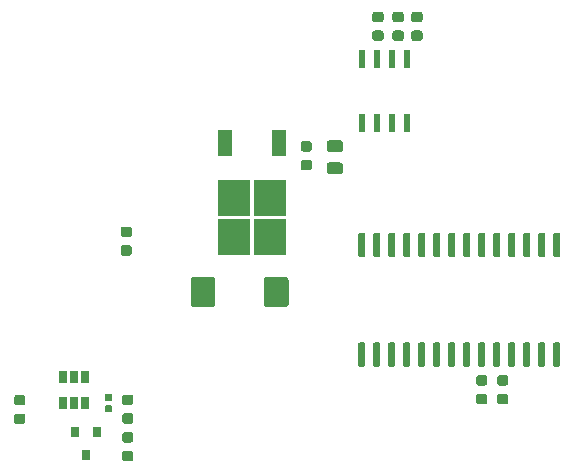
<source format=gbr>
G04 #@! TF.GenerationSoftware,KiCad,Pcbnew,(5.1.5)-3*
G04 #@! TF.CreationDate,2020-03-05T20:01:10-05:00*
G04 #@! TF.ProjectId,Zynth-encoder_power_display_fan,5a796e74-682d-4656-9e63-6f6465725f70,rev?*
G04 #@! TF.SameCoordinates,Original*
G04 #@! TF.FileFunction,Paste,Top*
G04 #@! TF.FilePolarity,Positive*
%FSLAX46Y46*%
G04 Gerber Fmt 4.6, Leading zero omitted, Abs format (unit mm)*
G04 Created by KiCad (PCBNEW (5.1.5)-3) date 2020-03-05 20:01:10*
%MOMM*%
%LPD*%
G04 APERTURE LIST*
%ADD10R,2.750000X3.050000*%
%ADD11R,1.200000X2.200000*%
%ADD12C,0.100000*%
%ADD13R,0.600000X1.550000*%
%ADD14R,0.800000X0.900000*%
%ADD15R,0.650000X1.060000*%
G04 APERTURE END LIST*
D10*
G04 #@! TO.C,Q3*
X104900000Y-83820000D03*
X107950000Y-87170000D03*
X107950000Y-83820000D03*
X104900000Y-87170000D03*
D11*
X104145000Y-79195000D03*
X108705000Y-79195000D03*
G04 #@! TD*
D12*
G04 #@! TO.C,R19*
G36*
X96027691Y-86276053D02*
G01*
X96048926Y-86279203D01*
X96069750Y-86284419D01*
X96089962Y-86291651D01*
X96109368Y-86300830D01*
X96127781Y-86311866D01*
X96145024Y-86324654D01*
X96160930Y-86339070D01*
X96175346Y-86354976D01*
X96188134Y-86372219D01*
X96199170Y-86390632D01*
X96208349Y-86410038D01*
X96215581Y-86430250D01*
X96220797Y-86451074D01*
X96223947Y-86472309D01*
X96225000Y-86493750D01*
X96225000Y-86931250D01*
X96223947Y-86952691D01*
X96220797Y-86973926D01*
X96215581Y-86994750D01*
X96208349Y-87014962D01*
X96199170Y-87034368D01*
X96188134Y-87052781D01*
X96175346Y-87070024D01*
X96160930Y-87085930D01*
X96145024Y-87100346D01*
X96127781Y-87113134D01*
X96109368Y-87124170D01*
X96089962Y-87133349D01*
X96069750Y-87140581D01*
X96048926Y-87145797D01*
X96027691Y-87148947D01*
X96006250Y-87150000D01*
X95493750Y-87150000D01*
X95472309Y-87148947D01*
X95451074Y-87145797D01*
X95430250Y-87140581D01*
X95410038Y-87133349D01*
X95390632Y-87124170D01*
X95372219Y-87113134D01*
X95354976Y-87100346D01*
X95339070Y-87085930D01*
X95324654Y-87070024D01*
X95311866Y-87052781D01*
X95300830Y-87034368D01*
X95291651Y-87014962D01*
X95284419Y-86994750D01*
X95279203Y-86973926D01*
X95276053Y-86952691D01*
X95275000Y-86931250D01*
X95275000Y-86493750D01*
X95276053Y-86472309D01*
X95279203Y-86451074D01*
X95284419Y-86430250D01*
X95291651Y-86410038D01*
X95300830Y-86390632D01*
X95311866Y-86372219D01*
X95324654Y-86354976D01*
X95339070Y-86339070D01*
X95354976Y-86324654D01*
X95372219Y-86311866D01*
X95390632Y-86300830D01*
X95410038Y-86291651D01*
X95430250Y-86284419D01*
X95451074Y-86279203D01*
X95472309Y-86276053D01*
X95493750Y-86275000D01*
X96006250Y-86275000D01*
X96027691Y-86276053D01*
G37*
G36*
X96027691Y-87851053D02*
G01*
X96048926Y-87854203D01*
X96069750Y-87859419D01*
X96089962Y-87866651D01*
X96109368Y-87875830D01*
X96127781Y-87886866D01*
X96145024Y-87899654D01*
X96160930Y-87914070D01*
X96175346Y-87929976D01*
X96188134Y-87947219D01*
X96199170Y-87965632D01*
X96208349Y-87985038D01*
X96215581Y-88005250D01*
X96220797Y-88026074D01*
X96223947Y-88047309D01*
X96225000Y-88068750D01*
X96225000Y-88506250D01*
X96223947Y-88527691D01*
X96220797Y-88548926D01*
X96215581Y-88569750D01*
X96208349Y-88589962D01*
X96199170Y-88609368D01*
X96188134Y-88627781D01*
X96175346Y-88645024D01*
X96160930Y-88660930D01*
X96145024Y-88675346D01*
X96127781Y-88688134D01*
X96109368Y-88699170D01*
X96089962Y-88708349D01*
X96069750Y-88715581D01*
X96048926Y-88720797D01*
X96027691Y-88723947D01*
X96006250Y-88725000D01*
X95493750Y-88725000D01*
X95472309Y-88723947D01*
X95451074Y-88720797D01*
X95430250Y-88715581D01*
X95410038Y-88708349D01*
X95390632Y-88699170D01*
X95372219Y-88688134D01*
X95354976Y-88675346D01*
X95339070Y-88660930D01*
X95324654Y-88645024D01*
X95311866Y-88627781D01*
X95300830Y-88609368D01*
X95291651Y-88589962D01*
X95284419Y-88569750D01*
X95279203Y-88548926D01*
X95276053Y-88527691D01*
X95275000Y-88506250D01*
X95275000Y-88068750D01*
X95276053Y-88047309D01*
X95279203Y-88026074D01*
X95284419Y-88005250D01*
X95291651Y-87985038D01*
X95300830Y-87965632D01*
X95311866Y-87947219D01*
X95324654Y-87929976D01*
X95339070Y-87914070D01*
X95354976Y-87899654D01*
X95372219Y-87886866D01*
X95390632Y-87875830D01*
X95410038Y-87866651D01*
X95430250Y-87859419D01*
X95451074Y-87854203D01*
X95472309Y-87851053D01*
X95493750Y-87850000D01*
X96006250Y-87850000D01*
X96027691Y-87851053D01*
G37*
G04 #@! TD*
G04 #@! TO.C,U3*
G36*
X115861703Y-86781722D02*
G01*
X115876264Y-86783882D01*
X115890543Y-86787459D01*
X115904403Y-86792418D01*
X115917710Y-86798712D01*
X115930336Y-86806280D01*
X115942159Y-86815048D01*
X115953066Y-86824934D01*
X115962952Y-86835841D01*
X115971720Y-86847664D01*
X115979288Y-86860290D01*
X115985582Y-86873597D01*
X115990541Y-86887457D01*
X115994118Y-86901736D01*
X115996278Y-86916297D01*
X115997000Y-86931000D01*
X115997000Y-88681000D01*
X115996278Y-88695703D01*
X115994118Y-88710264D01*
X115990541Y-88724543D01*
X115985582Y-88738403D01*
X115979288Y-88751710D01*
X115971720Y-88764336D01*
X115962952Y-88776159D01*
X115953066Y-88787066D01*
X115942159Y-88796952D01*
X115930336Y-88805720D01*
X115917710Y-88813288D01*
X115904403Y-88819582D01*
X115890543Y-88824541D01*
X115876264Y-88828118D01*
X115861703Y-88830278D01*
X115847000Y-88831000D01*
X115547000Y-88831000D01*
X115532297Y-88830278D01*
X115517736Y-88828118D01*
X115503457Y-88824541D01*
X115489597Y-88819582D01*
X115476290Y-88813288D01*
X115463664Y-88805720D01*
X115451841Y-88796952D01*
X115440934Y-88787066D01*
X115431048Y-88776159D01*
X115422280Y-88764336D01*
X115414712Y-88751710D01*
X115408418Y-88738403D01*
X115403459Y-88724543D01*
X115399882Y-88710264D01*
X115397722Y-88695703D01*
X115397000Y-88681000D01*
X115397000Y-86931000D01*
X115397722Y-86916297D01*
X115399882Y-86901736D01*
X115403459Y-86887457D01*
X115408418Y-86873597D01*
X115414712Y-86860290D01*
X115422280Y-86847664D01*
X115431048Y-86835841D01*
X115440934Y-86824934D01*
X115451841Y-86815048D01*
X115463664Y-86806280D01*
X115476290Y-86798712D01*
X115489597Y-86792418D01*
X115503457Y-86787459D01*
X115517736Y-86783882D01*
X115532297Y-86781722D01*
X115547000Y-86781000D01*
X115847000Y-86781000D01*
X115861703Y-86781722D01*
G37*
G36*
X117131703Y-86781722D02*
G01*
X117146264Y-86783882D01*
X117160543Y-86787459D01*
X117174403Y-86792418D01*
X117187710Y-86798712D01*
X117200336Y-86806280D01*
X117212159Y-86815048D01*
X117223066Y-86824934D01*
X117232952Y-86835841D01*
X117241720Y-86847664D01*
X117249288Y-86860290D01*
X117255582Y-86873597D01*
X117260541Y-86887457D01*
X117264118Y-86901736D01*
X117266278Y-86916297D01*
X117267000Y-86931000D01*
X117267000Y-88681000D01*
X117266278Y-88695703D01*
X117264118Y-88710264D01*
X117260541Y-88724543D01*
X117255582Y-88738403D01*
X117249288Y-88751710D01*
X117241720Y-88764336D01*
X117232952Y-88776159D01*
X117223066Y-88787066D01*
X117212159Y-88796952D01*
X117200336Y-88805720D01*
X117187710Y-88813288D01*
X117174403Y-88819582D01*
X117160543Y-88824541D01*
X117146264Y-88828118D01*
X117131703Y-88830278D01*
X117117000Y-88831000D01*
X116817000Y-88831000D01*
X116802297Y-88830278D01*
X116787736Y-88828118D01*
X116773457Y-88824541D01*
X116759597Y-88819582D01*
X116746290Y-88813288D01*
X116733664Y-88805720D01*
X116721841Y-88796952D01*
X116710934Y-88787066D01*
X116701048Y-88776159D01*
X116692280Y-88764336D01*
X116684712Y-88751710D01*
X116678418Y-88738403D01*
X116673459Y-88724543D01*
X116669882Y-88710264D01*
X116667722Y-88695703D01*
X116667000Y-88681000D01*
X116667000Y-86931000D01*
X116667722Y-86916297D01*
X116669882Y-86901736D01*
X116673459Y-86887457D01*
X116678418Y-86873597D01*
X116684712Y-86860290D01*
X116692280Y-86847664D01*
X116701048Y-86835841D01*
X116710934Y-86824934D01*
X116721841Y-86815048D01*
X116733664Y-86806280D01*
X116746290Y-86798712D01*
X116759597Y-86792418D01*
X116773457Y-86787459D01*
X116787736Y-86783882D01*
X116802297Y-86781722D01*
X116817000Y-86781000D01*
X117117000Y-86781000D01*
X117131703Y-86781722D01*
G37*
G36*
X118401703Y-86781722D02*
G01*
X118416264Y-86783882D01*
X118430543Y-86787459D01*
X118444403Y-86792418D01*
X118457710Y-86798712D01*
X118470336Y-86806280D01*
X118482159Y-86815048D01*
X118493066Y-86824934D01*
X118502952Y-86835841D01*
X118511720Y-86847664D01*
X118519288Y-86860290D01*
X118525582Y-86873597D01*
X118530541Y-86887457D01*
X118534118Y-86901736D01*
X118536278Y-86916297D01*
X118537000Y-86931000D01*
X118537000Y-88681000D01*
X118536278Y-88695703D01*
X118534118Y-88710264D01*
X118530541Y-88724543D01*
X118525582Y-88738403D01*
X118519288Y-88751710D01*
X118511720Y-88764336D01*
X118502952Y-88776159D01*
X118493066Y-88787066D01*
X118482159Y-88796952D01*
X118470336Y-88805720D01*
X118457710Y-88813288D01*
X118444403Y-88819582D01*
X118430543Y-88824541D01*
X118416264Y-88828118D01*
X118401703Y-88830278D01*
X118387000Y-88831000D01*
X118087000Y-88831000D01*
X118072297Y-88830278D01*
X118057736Y-88828118D01*
X118043457Y-88824541D01*
X118029597Y-88819582D01*
X118016290Y-88813288D01*
X118003664Y-88805720D01*
X117991841Y-88796952D01*
X117980934Y-88787066D01*
X117971048Y-88776159D01*
X117962280Y-88764336D01*
X117954712Y-88751710D01*
X117948418Y-88738403D01*
X117943459Y-88724543D01*
X117939882Y-88710264D01*
X117937722Y-88695703D01*
X117937000Y-88681000D01*
X117937000Y-86931000D01*
X117937722Y-86916297D01*
X117939882Y-86901736D01*
X117943459Y-86887457D01*
X117948418Y-86873597D01*
X117954712Y-86860290D01*
X117962280Y-86847664D01*
X117971048Y-86835841D01*
X117980934Y-86824934D01*
X117991841Y-86815048D01*
X118003664Y-86806280D01*
X118016290Y-86798712D01*
X118029597Y-86792418D01*
X118043457Y-86787459D01*
X118057736Y-86783882D01*
X118072297Y-86781722D01*
X118087000Y-86781000D01*
X118387000Y-86781000D01*
X118401703Y-86781722D01*
G37*
G36*
X119671703Y-86781722D02*
G01*
X119686264Y-86783882D01*
X119700543Y-86787459D01*
X119714403Y-86792418D01*
X119727710Y-86798712D01*
X119740336Y-86806280D01*
X119752159Y-86815048D01*
X119763066Y-86824934D01*
X119772952Y-86835841D01*
X119781720Y-86847664D01*
X119789288Y-86860290D01*
X119795582Y-86873597D01*
X119800541Y-86887457D01*
X119804118Y-86901736D01*
X119806278Y-86916297D01*
X119807000Y-86931000D01*
X119807000Y-88681000D01*
X119806278Y-88695703D01*
X119804118Y-88710264D01*
X119800541Y-88724543D01*
X119795582Y-88738403D01*
X119789288Y-88751710D01*
X119781720Y-88764336D01*
X119772952Y-88776159D01*
X119763066Y-88787066D01*
X119752159Y-88796952D01*
X119740336Y-88805720D01*
X119727710Y-88813288D01*
X119714403Y-88819582D01*
X119700543Y-88824541D01*
X119686264Y-88828118D01*
X119671703Y-88830278D01*
X119657000Y-88831000D01*
X119357000Y-88831000D01*
X119342297Y-88830278D01*
X119327736Y-88828118D01*
X119313457Y-88824541D01*
X119299597Y-88819582D01*
X119286290Y-88813288D01*
X119273664Y-88805720D01*
X119261841Y-88796952D01*
X119250934Y-88787066D01*
X119241048Y-88776159D01*
X119232280Y-88764336D01*
X119224712Y-88751710D01*
X119218418Y-88738403D01*
X119213459Y-88724543D01*
X119209882Y-88710264D01*
X119207722Y-88695703D01*
X119207000Y-88681000D01*
X119207000Y-86931000D01*
X119207722Y-86916297D01*
X119209882Y-86901736D01*
X119213459Y-86887457D01*
X119218418Y-86873597D01*
X119224712Y-86860290D01*
X119232280Y-86847664D01*
X119241048Y-86835841D01*
X119250934Y-86824934D01*
X119261841Y-86815048D01*
X119273664Y-86806280D01*
X119286290Y-86798712D01*
X119299597Y-86792418D01*
X119313457Y-86787459D01*
X119327736Y-86783882D01*
X119342297Y-86781722D01*
X119357000Y-86781000D01*
X119657000Y-86781000D01*
X119671703Y-86781722D01*
G37*
G36*
X120941703Y-86781722D02*
G01*
X120956264Y-86783882D01*
X120970543Y-86787459D01*
X120984403Y-86792418D01*
X120997710Y-86798712D01*
X121010336Y-86806280D01*
X121022159Y-86815048D01*
X121033066Y-86824934D01*
X121042952Y-86835841D01*
X121051720Y-86847664D01*
X121059288Y-86860290D01*
X121065582Y-86873597D01*
X121070541Y-86887457D01*
X121074118Y-86901736D01*
X121076278Y-86916297D01*
X121077000Y-86931000D01*
X121077000Y-88681000D01*
X121076278Y-88695703D01*
X121074118Y-88710264D01*
X121070541Y-88724543D01*
X121065582Y-88738403D01*
X121059288Y-88751710D01*
X121051720Y-88764336D01*
X121042952Y-88776159D01*
X121033066Y-88787066D01*
X121022159Y-88796952D01*
X121010336Y-88805720D01*
X120997710Y-88813288D01*
X120984403Y-88819582D01*
X120970543Y-88824541D01*
X120956264Y-88828118D01*
X120941703Y-88830278D01*
X120927000Y-88831000D01*
X120627000Y-88831000D01*
X120612297Y-88830278D01*
X120597736Y-88828118D01*
X120583457Y-88824541D01*
X120569597Y-88819582D01*
X120556290Y-88813288D01*
X120543664Y-88805720D01*
X120531841Y-88796952D01*
X120520934Y-88787066D01*
X120511048Y-88776159D01*
X120502280Y-88764336D01*
X120494712Y-88751710D01*
X120488418Y-88738403D01*
X120483459Y-88724543D01*
X120479882Y-88710264D01*
X120477722Y-88695703D01*
X120477000Y-88681000D01*
X120477000Y-86931000D01*
X120477722Y-86916297D01*
X120479882Y-86901736D01*
X120483459Y-86887457D01*
X120488418Y-86873597D01*
X120494712Y-86860290D01*
X120502280Y-86847664D01*
X120511048Y-86835841D01*
X120520934Y-86824934D01*
X120531841Y-86815048D01*
X120543664Y-86806280D01*
X120556290Y-86798712D01*
X120569597Y-86792418D01*
X120583457Y-86787459D01*
X120597736Y-86783882D01*
X120612297Y-86781722D01*
X120627000Y-86781000D01*
X120927000Y-86781000D01*
X120941703Y-86781722D01*
G37*
G36*
X122211703Y-86781722D02*
G01*
X122226264Y-86783882D01*
X122240543Y-86787459D01*
X122254403Y-86792418D01*
X122267710Y-86798712D01*
X122280336Y-86806280D01*
X122292159Y-86815048D01*
X122303066Y-86824934D01*
X122312952Y-86835841D01*
X122321720Y-86847664D01*
X122329288Y-86860290D01*
X122335582Y-86873597D01*
X122340541Y-86887457D01*
X122344118Y-86901736D01*
X122346278Y-86916297D01*
X122347000Y-86931000D01*
X122347000Y-88681000D01*
X122346278Y-88695703D01*
X122344118Y-88710264D01*
X122340541Y-88724543D01*
X122335582Y-88738403D01*
X122329288Y-88751710D01*
X122321720Y-88764336D01*
X122312952Y-88776159D01*
X122303066Y-88787066D01*
X122292159Y-88796952D01*
X122280336Y-88805720D01*
X122267710Y-88813288D01*
X122254403Y-88819582D01*
X122240543Y-88824541D01*
X122226264Y-88828118D01*
X122211703Y-88830278D01*
X122197000Y-88831000D01*
X121897000Y-88831000D01*
X121882297Y-88830278D01*
X121867736Y-88828118D01*
X121853457Y-88824541D01*
X121839597Y-88819582D01*
X121826290Y-88813288D01*
X121813664Y-88805720D01*
X121801841Y-88796952D01*
X121790934Y-88787066D01*
X121781048Y-88776159D01*
X121772280Y-88764336D01*
X121764712Y-88751710D01*
X121758418Y-88738403D01*
X121753459Y-88724543D01*
X121749882Y-88710264D01*
X121747722Y-88695703D01*
X121747000Y-88681000D01*
X121747000Y-86931000D01*
X121747722Y-86916297D01*
X121749882Y-86901736D01*
X121753459Y-86887457D01*
X121758418Y-86873597D01*
X121764712Y-86860290D01*
X121772280Y-86847664D01*
X121781048Y-86835841D01*
X121790934Y-86824934D01*
X121801841Y-86815048D01*
X121813664Y-86806280D01*
X121826290Y-86798712D01*
X121839597Y-86792418D01*
X121853457Y-86787459D01*
X121867736Y-86783882D01*
X121882297Y-86781722D01*
X121897000Y-86781000D01*
X122197000Y-86781000D01*
X122211703Y-86781722D01*
G37*
G36*
X123481703Y-86781722D02*
G01*
X123496264Y-86783882D01*
X123510543Y-86787459D01*
X123524403Y-86792418D01*
X123537710Y-86798712D01*
X123550336Y-86806280D01*
X123562159Y-86815048D01*
X123573066Y-86824934D01*
X123582952Y-86835841D01*
X123591720Y-86847664D01*
X123599288Y-86860290D01*
X123605582Y-86873597D01*
X123610541Y-86887457D01*
X123614118Y-86901736D01*
X123616278Y-86916297D01*
X123617000Y-86931000D01*
X123617000Y-88681000D01*
X123616278Y-88695703D01*
X123614118Y-88710264D01*
X123610541Y-88724543D01*
X123605582Y-88738403D01*
X123599288Y-88751710D01*
X123591720Y-88764336D01*
X123582952Y-88776159D01*
X123573066Y-88787066D01*
X123562159Y-88796952D01*
X123550336Y-88805720D01*
X123537710Y-88813288D01*
X123524403Y-88819582D01*
X123510543Y-88824541D01*
X123496264Y-88828118D01*
X123481703Y-88830278D01*
X123467000Y-88831000D01*
X123167000Y-88831000D01*
X123152297Y-88830278D01*
X123137736Y-88828118D01*
X123123457Y-88824541D01*
X123109597Y-88819582D01*
X123096290Y-88813288D01*
X123083664Y-88805720D01*
X123071841Y-88796952D01*
X123060934Y-88787066D01*
X123051048Y-88776159D01*
X123042280Y-88764336D01*
X123034712Y-88751710D01*
X123028418Y-88738403D01*
X123023459Y-88724543D01*
X123019882Y-88710264D01*
X123017722Y-88695703D01*
X123017000Y-88681000D01*
X123017000Y-86931000D01*
X123017722Y-86916297D01*
X123019882Y-86901736D01*
X123023459Y-86887457D01*
X123028418Y-86873597D01*
X123034712Y-86860290D01*
X123042280Y-86847664D01*
X123051048Y-86835841D01*
X123060934Y-86824934D01*
X123071841Y-86815048D01*
X123083664Y-86806280D01*
X123096290Y-86798712D01*
X123109597Y-86792418D01*
X123123457Y-86787459D01*
X123137736Y-86783882D01*
X123152297Y-86781722D01*
X123167000Y-86781000D01*
X123467000Y-86781000D01*
X123481703Y-86781722D01*
G37*
G36*
X124751703Y-86781722D02*
G01*
X124766264Y-86783882D01*
X124780543Y-86787459D01*
X124794403Y-86792418D01*
X124807710Y-86798712D01*
X124820336Y-86806280D01*
X124832159Y-86815048D01*
X124843066Y-86824934D01*
X124852952Y-86835841D01*
X124861720Y-86847664D01*
X124869288Y-86860290D01*
X124875582Y-86873597D01*
X124880541Y-86887457D01*
X124884118Y-86901736D01*
X124886278Y-86916297D01*
X124887000Y-86931000D01*
X124887000Y-88681000D01*
X124886278Y-88695703D01*
X124884118Y-88710264D01*
X124880541Y-88724543D01*
X124875582Y-88738403D01*
X124869288Y-88751710D01*
X124861720Y-88764336D01*
X124852952Y-88776159D01*
X124843066Y-88787066D01*
X124832159Y-88796952D01*
X124820336Y-88805720D01*
X124807710Y-88813288D01*
X124794403Y-88819582D01*
X124780543Y-88824541D01*
X124766264Y-88828118D01*
X124751703Y-88830278D01*
X124737000Y-88831000D01*
X124437000Y-88831000D01*
X124422297Y-88830278D01*
X124407736Y-88828118D01*
X124393457Y-88824541D01*
X124379597Y-88819582D01*
X124366290Y-88813288D01*
X124353664Y-88805720D01*
X124341841Y-88796952D01*
X124330934Y-88787066D01*
X124321048Y-88776159D01*
X124312280Y-88764336D01*
X124304712Y-88751710D01*
X124298418Y-88738403D01*
X124293459Y-88724543D01*
X124289882Y-88710264D01*
X124287722Y-88695703D01*
X124287000Y-88681000D01*
X124287000Y-86931000D01*
X124287722Y-86916297D01*
X124289882Y-86901736D01*
X124293459Y-86887457D01*
X124298418Y-86873597D01*
X124304712Y-86860290D01*
X124312280Y-86847664D01*
X124321048Y-86835841D01*
X124330934Y-86824934D01*
X124341841Y-86815048D01*
X124353664Y-86806280D01*
X124366290Y-86798712D01*
X124379597Y-86792418D01*
X124393457Y-86787459D01*
X124407736Y-86783882D01*
X124422297Y-86781722D01*
X124437000Y-86781000D01*
X124737000Y-86781000D01*
X124751703Y-86781722D01*
G37*
G36*
X126021703Y-86781722D02*
G01*
X126036264Y-86783882D01*
X126050543Y-86787459D01*
X126064403Y-86792418D01*
X126077710Y-86798712D01*
X126090336Y-86806280D01*
X126102159Y-86815048D01*
X126113066Y-86824934D01*
X126122952Y-86835841D01*
X126131720Y-86847664D01*
X126139288Y-86860290D01*
X126145582Y-86873597D01*
X126150541Y-86887457D01*
X126154118Y-86901736D01*
X126156278Y-86916297D01*
X126157000Y-86931000D01*
X126157000Y-88681000D01*
X126156278Y-88695703D01*
X126154118Y-88710264D01*
X126150541Y-88724543D01*
X126145582Y-88738403D01*
X126139288Y-88751710D01*
X126131720Y-88764336D01*
X126122952Y-88776159D01*
X126113066Y-88787066D01*
X126102159Y-88796952D01*
X126090336Y-88805720D01*
X126077710Y-88813288D01*
X126064403Y-88819582D01*
X126050543Y-88824541D01*
X126036264Y-88828118D01*
X126021703Y-88830278D01*
X126007000Y-88831000D01*
X125707000Y-88831000D01*
X125692297Y-88830278D01*
X125677736Y-88828118D01*
X125663457Y-88824541D01*
X125649597Y-88819582D01*
X125636290Y-88813288D01*
X125623664Y-88805720D01*
X125611841Y-88796952D01*
X125600934Y-88787066D01*
X125591048Y-88776159D01*
X125582280Y-88764336D01*
X125574712Y-88751710D01*
X125568418Y-88738403D01*
X125563459Y-88724543D01*
X125559882Y-88710264D01*
X125557722Y-88695703D01*
X125557000Y-88681000D01*
X125557000Y-86931000D01*
X125557722Y-86916297D01*
X125559882Y-86901736D01*
X125563459Y-86887457D01*
X125568418Y-86873597D01*
X125574712Y-86860290D01*
X125582280Y-86847664D01*
X125591048Y-86835841D01*
X125600934Y-86824934D01*
X125611841Y-86815048D01*
X125623664Y-86806280D01*
X125636290Y-86798712D01*
X125649597Y-86792418D01*
X125663457Y-86787459D01*
X125677736Y-86783882D01*
X125692297Y-86781722D01*
X125707000Y-86781000D01*
X126007000Y-86781000D01*
X126021703Y-86781722D01*
G37*
G36*
X127291703Y-86781722D02*
G01*
X127306264Y-86783882D01*
X127320543Y-86787459D01*
X127334403Y-86792418D01*
X127347710Y-86798712D01*
X127360336Y-86806280D01*
X127372159Y-86815048D01*
X127383066Y-86824934D01*
X127392952Y-86835841D01*
X127401720Y-86847664D01*
X127409288Y-86860290D01*
X127415582Y-86873597D01*
X127420541Y-86887457D01*
X127424118Y-86901736D01*
X127426278Y-86916297D01*
X127427000Y-86931000D01*
X127427000Y-88681000D01*
X127426278Y-88695703D01*
X127424118Y-88710264D01*
X127420541Y-88724543D01*
X127415582Y-88738403D01*
X127409288Y-88751710D01*
X127401720Y-88764336D01*
X127392952Y-88776159D01*
X127383066Y-88787066D01*
X127372159Y-88796952D01*
X127360336Y-88805720D01*
X127347710Y-88813288D01*
X127334403Y-88819582D01*
X127320543Y-88824541D01*
X127306264Y-88828118D01*
X127291703Y-88830278D01*
X127277000Y-88831000D01*
X126977000Y-88831000D01*
X126962297Y-88830278D01*
X126947736Y-88828118D01*
X126933457Y-88824541D01*
X126919597Y-88819582D01*
X126906290Y-88813288D01*
X126893664Y-88805720D01*
X126881841Y-88796952D01*
X126870934Y-88787066D01*
X126861048Y-88776159D01*
X126852280Y-88764336D01*
X126844712Y-88751710D01*
X126838418Y-88738403D01*
X126833459Y-88724543D01*
X126829882Y-88710264D01*
X126827722Y-88695703D01*
X126827000Y-88681000D01*
X126827000Y-86931000D01*
X126827722Y-86916297D01*
X126829882Y-86901736D01*
X126833459Y-86887457D01*
X126838418Y-86873597D01*
X126844712Y-86860290D01*
X126852280Y-86847664D01*
X126861048Y-86835841D01*
X126870934Y-86824934D01*
X126881841Y-86815048D01*
X126893664Y-86806280D01*
X126906290Y-86798712D01*
X126919597Y-86792418D01*
X126933457Y-86787459D01*
X126947736Y-86783882D01*
X126962297Y-86781722D01*
X126977000Y-86781000D01*
X127277000Y-86781000D01*
X127291703Y-86781722D01*
G37*
G36*
X128561703Y-86781722D02*
G01*
X128576264Y-86783882D01*
X128590543Y-86787459D01*
X128604403Y-86792418D01*
X128617710Y-86798712D01*
X128630336Y-86806280D01*
X128642159Y-86815048D01*
X128653066Y-86824934D01*
X128662952Y-86835841D01*
X128671720Y-86847664D01*
X128679288Y-86860290D01*
X128685582Y-86873597D01*
X128690541Y-86887457D01*
X128694118Y-86901736D01*
X128696278Y-86916297D01*
X128697000Y-86931000D01*
X128697000Y-88681000D01*
X128696278Y-88695703D01*
X128694118Y-88710264D01*
X128690541Y-88724543D01*
X128685582Y-88738403D01*
X128679288Y-88751710D01*
X128671720Y-88764336D01*
X128662952Y-88776159D01*
X128653066Y-88787066D01*
X128642159Y-88796952D01*
X128630336Y-88805720D01*
X128617710Y-88813288D01*
X128604403Y-88819582D01*
X128590543Y-88824541D01*
X128576264Y-88828118D01*
X128561703Y-88830278D01*
X128547000Y-88831000D01*
X128247000Y-88831000D01*
X128232297Y-88830278D01*
X128217736Y-88828118D01*
X128203457Y-88824541D01*
X128189597Y-88819582D01*
X128176290Y-88813288D01*
X128163664Y-88805720D01*
X128151841Y-88796952D01*
X128140934Y-88787066D01*
X128131048Y-88776159D01*
X128122280Y-88764336D01*
X128114712Y-88751710D01*
X128108418Y-88738403D01*
X128103459Y-88724543D01*
X128099882Y-88710264D01*
X128097722Y-88695703D01*
X128097000Y-88681000D01*
X128097000Y-86931000D01*
X128097722Y-86916297D01*
X128099882Y-86901736D01*
X128103459Y-86887457D01*
X128108418Y-86873597D01*
X128114712Y-86860290D01*
X128122280Y-86847664D01*
X128131048Y-86835841D01*
X128140934Y-86824934D01*
X128151841Y-86815048D01*
X128163664Y-86806280D01*
X128176290Y-86798712D01*
X128189597Y-86792418D01*
X128203457Y-86787459D01*
X128217736Y-86783882D01*
X128232297Y-86781722D01*
X128247000Y-86781000D01*
X128547000Y-86781000D01*
X128561703Y-86781722D01*
G37*
G36*
X129831703Y-86781722D02*
G01*
X129846264Y-86783882D01*
X129860543Y-86787459D01*
X129874403Y-86792418D01*
X129887710Y-86798712D01*
X129900336Y-86806280D01*
X129912159Y-86815048D01*
X129923066Y-86824934D01*
X129932952Y-86835841D01*
X129941720Y-86847664D01*
X129949288Y-86860290D01*
X129955582Y-86873597D01*
X129960541Y-86887457D01*
X129964118Y-86901736D01*
X129966278Y-86916297D01*
X129967000Y-86931000D01*
X129967000Y-88681000D01*
X129966278Y-88695703D01*
X129964118Y-88710264D01*
X129960541Y-88724543D01*
X129955582Y-88738403D01*
X129949288Y-88751710D01*
X129941720Y-88764336D01*
X129932952Y-88776159D01*
X129923066Y-88787066D01*
X129912159Y-88796952D01*
X129900336Y-88805720D01*
X129887710Y-88813288D01*
X129874403Y-88819582D01*
X129860543Y-88824541D01*
X129846264Y-88828118D01*
X129831703Y-88830278D01*
X129817000Y-88831000D01*
X129517000Y-88831000D01*
X129502297Y-88830278D01*
X129487736Y-88828118D01*
X129473457Y-88824541D01*
X129459597Y-88819582D01*
X129446290Y-88813288D01*
X129433664Y-88805720D01*
X129421841Y-88796952D01*
X129410934Y-88787066D01*
X129401048Y-88776159D01*
X129392280Y-88764336D01*
X129384712Y-88751710D01*
X129378418Y-88738403D01*
X129373459Y-88724543D01*
X129369882Y-88710264D01*
X129367722Y-88695703D01*
X129367000Y-88681000D01*
X129367000Y-86931000D01*
X129367722Y-86916297D01*
X129369882Y-86901736D01*
X129373459Y-86887457D01*
X129378418Y-86873597D01*
X129384712Y-86860290D01*
X129392280Y-86847664D01*
X129401048Y-86835841D01*
X129410934Y-86824934D01*
X129421841Y-86815048D01*
X129433664Y-86806280D01*
X129446290Y-86798712D01*
X129459597Y-86792418D01*
X129473457Y-86787459D01*
X129487736Y-86783882D01*
X129502297Y-86781722D01*
X129517000Y-86781000D01*
X129817000Y-86781000D01*
X129831703Y-86781722D01*
G37*
G36*
X131101703Y-86781722D02*
G01*
X131116264Y-86783882D01*
X131130543Y-86787459D01*
X131144403Y-86792418D01*
X131157710Y-86798712D01*
X131170336Y-86806280D01*
X131182159Y-86815048D01*
X131193066Y-86824934D01*
X131202952Y-86835841D01*
X131211720Y-86847664D01*
X131219288Y-86860290D01*
X131225582Y-86873597D01*
X131230541Y-86887457D01*
X131234118Y-86901736D01*
X131236278Y-86916297D01*
X131237000Y-86931000D01*
X131237000Y-88681000D01*
X131236278Y-88695703D01*
X131234118Y-88710264D01*
X131230541Y-88724543D01*
X131225582Y-88738403D01*
X131219288Y-88751710D01*
X131211720Y-88764336D01*
X131202952Y-88776159D01*
X131193066Y-88787066D01*
X131182159Y-88796952D01*
X131170336Y-88805720D01*
X131157710Y-88813288D01*
X131144403Y-88819582D01*
X131130543Y-88824541D01*
X131116264Y-88828118D01*
X131101703Y-88830278D01*
X131087000Y-88831000D01*
X130787000Y-88831000D01*
X130772297Y-88830278D01*
X130757736Y-88828118D01*
X130743457Y-88824541D01*
X130729597Y-88819582D01*
X130716290Y-88813288D01*
X130703664Y-88805720D01*
X130691841Y-88796952D01*
X130680934Y-88787066D01*
X130671048Y-88776159D01*
X130662280Y-88764336D01*
X130654712Y-88751710D01*
X130648418Y-88738403D01*
X130643459Y-88724543D01*
X130639882Y-88710264D01*
X130637722Y-88695703D01*
X130637000Y-88681000D01*
X130637000Y-86931000D01*
X130637722Y-86916297D01*
X130639882Y-86901736D01*
X130643459Y-86887457D01*
X130648418Y-86873597D01*
X130654712Y-86860290D01*
X130662280Y-86847664D01*
X130671048Y-86835841D01*
X130680934Y-86824934D01*
X130691841Y-86815048D01*
X130703664Y-86806280D01*
X130716290Y-86798712D01*
X130729597Y-86792418D01*
X130743457Y-86787459D01*
X130757736Y-86783882D01*
X130772297Y-86781722D01*
X130787000Y-86781000D01*
X131087000Y-86781000D01*
X131101703Y-86781722D01*
G37*
G36*
X132371703Y-86781722D02*
G01*
X132386264Y-86783882D01*
X132400543Y-86787459D01*
X132414403Y-86792418D01*
X132427710Y-86798712D01*
X132440336Y-86806280D01*
X132452159Y-86815048D01*
X132463066Y-86824934D01*
X132472952Y-86835841D01*
X132481720Y-86847664D01*
X132489288Y-86860290D01*
X132495582Y-86873597D01*
X132500541Y-86887457D01*
X132504118Y-86901736D01*
X132506278Y-86916297D01*
X132507000Y-86931000D01*
X132507000Y-88681000D01*
X132506278Y-88695703D01*
X132504118Y-88710264D01*
X132500541Y-88724543D01*
X132495582Y-88738403D01*
X132489288Y-88751710D01*
X132481720Y-88764336D01*
X132472952Y-88776159D01*
X132463066Y-88787066D01*
X132452159Y-88796952D01*
X132440336Y-88805720D01*
X132427710Y-88813288D01*
X132414403Y-88819582D01*
X132400543Y-88824541D01*
X132386264Y-88828118D01*
X132371703Y-88830278D01*
X132357000Y-88831000D01*
X132057000Y-88831000D01*
X132042297Y-88830278D01*
X132027736Y-88828118D01*
X132013457Y-88824541D01*
X131999597Y-88819582D01*
X131986290Y-88813288D01*
X131973664Y-88805720D01*
X131961841Y-88796952D01*
X131950934Y-88787066D01*
X131941048Y-88776159D01*
X131932280Y-88764336D01*
X131924712Y-88751710D01*
X131918418Y-88738403D01*
X131913459Y-88724543D01*
X131909882Y-88710264D01*
X131907722Y-88695703D01*
X131907000Y-88681000D01*
X131907000Y-86931000D01*
X131907722Y-86916297D01*
X131909882Y-86901736D01*
X131913459Y-86887457D01*
X131918418Y-86873597D01*
X131924712Y-86860290D01*
X131932280Y-86847664D01*
X131941048Y-86835841D01*
X131950934Y-86824934D01*
X131961841Y-86815048D01*
X131973664Y-86806280D01*
X131986290Y-86798712D01*
X131999597Y-86792418D01*
X132013457Y-86787459D01*
X132027736Y-86783882D01*
X132042297Y-86781722D01*
X132057000Y-86781000D01*
X132357000Y-86781000D01*
X132371703Y-86781722D01*
G37*
G36*
X132371703Y-96081722D02*
G01*
X132386264Y-96083882D01*
X132400543Y-96087459D01*
X132414403Y-96092418D01*
X132427710Y-96098712D01*
X132440336Y-96106280D01*
X132452159Y-96115048D01*
X132463066Y-96124934D01*
X132472952Y-96135841D01*
X132481720Y-96147664D01*
X132489288Y-96160290D01*
X132495582Y-96173597D01*
X132500541Y-96187457D01*
X132504118Y-96201736D01*
X132506278Y-96216297D01*
X132507000Y-96231000D01*
X132507000Y-97981000D01*
X132506278Y-97995703D01*
X132504118Y-98010264D01*
X132500541Y-98024543D01*
X132495582Y-98038403D01*
X132489288Y-98051710D01*
X132481720Y-98064336D01*
X132472952Y-98076159D01*
X132463066Y-98087066D01*
X132452159Y-98096952D01*
X132440336Y-98105720D01*
X132427710Y-98113288D01*
X132414403Y-98119582D01*
X132400543Y-98124541D01*
X132386264Y-98128118D01*
X132371703Y-98130278D01*
X132357000Y-98131000D01*
X132057000Y-98131000D01*
X132042297Y-98130278D01*
X132027736Y-98128118D01*
X132013457Y-98124541D01*
X131999597Y-98119582D01*
X131986290Y-98113288D01*
X131973664Y-98105720D01*
X131961841Y-98096952D01*
X131950934Y-98087066D01*
X131941048Y-98076159D01*
X131932280Y-98064336D01*
X131924712Y-98051710D01*
X131918418Y-98038403D01*
X131913459Y-98024543D01*
X131909882Y-98010264D01*
X131907722Y-97995703D01*
X131907000Y-97981000D01*
X131907000Y-96231000D01*
X131907722Y-96216297D01*
X131909882Y-96201736D01*
X131913459Y-96187457D01*
X131918418Y-96173597D01*
X131924712Y-96160290D01*
X131932280Y-96147664D01*
X131941048Y-96135841D01*
X131950934Y-96124934D01*
X131961841Y-96115048D01*
X131973664Y-96106280D01*
X131986290Y-96098712D01*
X131999597Y-96092418D01*
X132013457Y-96087459D01*
X132027736Y-96083882D01*
X132042297Y-96081722D01*
X132057000Y-96081000D01*
X132357000Y-96081000D01*
X132371703Y-96081722D01*
G37*
G36*
X131101703Y-96081722D02*
G01*
X131116264Y-96083882D01*
X131130543Y-96087459D01*
X131144403Y-96092418D01*
X131157710Y-96098712D01*
X131170336Y-96106280D01*
X131182159Y-96115048D01*
X131193066Y-96124934D01*
X131202952Y-96135841D01*
X131211720Y-96147664D01*
X131219288Y-96160290D01*
X131225582Y-96173597D01*
X131230541Y-96187457D01*
X131234118Y-96201736D01*
X131236278Y-96216297D01*
X131237000Y-96231000D01*
X131237000Y-97981000D01*
X131236278Y-97995703D01*
X131234118Y-98010264D01*
X131230541Y-98024543D01*
X131225582Y-98038403D01*
X131219288Y-98051710D01*
X131211720Y-98064336D01*
X131202952Y-98076159D01*
X131193066Y-98087066D01*
X131182159Y-98096952D01*
X131170336Y-98105720D01*
X131157710Y-98113288D01*
X131144403Y-98119582D01*
X131130543Y-98124541D01*
X131116264Y-98128118D01*
X131101703Y-98130278D01*
X131087000Y-98131000D01*
X130787000Y-98131000D01*
X130772297Y-98130278D01*
X130757736Y-98128118D01*
X130743457Y-98124541D01*
X130729597Y-98119582D01*
X130716290Y-98113288D01*
X130703664Y-98105720D01*
X130691841Y-98096952D01*
X130680934Y-98087066D01*
X130671048Y-98076159D01*
X130662280Y-98064336D01*
X130654712Y-98051710D01*
X130648418Y-98038403D01*
X130643459Y-98024543D01*
X130639882Y-98010264D01*
X130637722Y-97995703D01*
X130637000Y-97981000D01*
X130637000Y-96231000D01*
X130637722Y-96216297D01*
X130639882Y-96201736D01*
X130643459Y-96187457D01*
X130648418Y-96173597D01*
X130654712Y-96160290D01*
X130662280Y-96147664D01*
X130671048Y-96135841D01*
X130680934Y-96124934D01*
X130691841Y-96115048D01*
X130703664Y-96106280D01*
X130716290Y-96098712D01*
X130729597Y-96092418D01*
X130743457Y-96087459D01*
X130757736Y-96083882D01*
X130772297Y-96081722D01*
X130787000Y-96081000D01*
X131087000Y-96081000D01*
X131101703Y-96081722D01*
G37*
G36*
X129831703Y-96081722D02*
G01*
X129846264Y-96083882D01*
X129860543Y-96087459D01*
X129874403Y-96092418D01*
X129887710Y-96098712D01*
X129900336Y-96106280D01*
X129912159Y-96115048D01*
X129923066Y-96124934D01*
X129932952Y-96135841D01*
X129941720Y-96147664D01*
X129949288Y-96160290D01*
X129955582Y-96173597D01*
X129960541Y-96187457D01*
X129964118Y-96201736D01*
X129966278Y-96216297D01*
X129967000Y-96231000D01*
X129967000Y-97981000D01*
X129966278Y-97995703D01*
X129964118Y-98010264D01*
X129960541Y-98024543D01*
X129955582Y-98038403D01*
X129949288Y-98051710D01*
X129941720Y-98064336D01*
X129932952Y-98076159D01*
X129923066Y-98087066D01*
X129912159Y-98096952D01*
X129900336Y-98105720D01*
X129887710Y-98113288D01*
X129874403Y-98119582D01*
X129860543Y-98124541D01*
X129846264Y-98128118D01*
X129831703Y-98130278D01*
X129817000Y-98131000D01*
X129517000Y-98131000D01*
X129502297Y-98130278D01*
X129487736Y-98128118D01*
X129473457Y-98124541D01*
X129459597Y-98119582D01*
X129446290Y-98113288D01*
X129433664Y-98105720D01*
X129421841Y-98096952D01*
X129410934Y-98087066D01*
X129401048Y-98076159D01*
X129392280Y-98064336D01*
X129384712Y-98051710D01*
X129378418Y-98038403D01*
X129373459Y-98024543D01*
X129369882Y-98010264D01*
X129367722Y-97995703D01*
X129367000Y-97981000D01*
X129367000Y-96231000D01*
X129367722Y-96216297D01*
X129369882Y-96201736D01*
X129373459Y-96187457D01*
X129378418Y-96173597D01*
X129384712Y-96160290D01*
X129392280Y-96147664D01*
X129401048Y-96135841D01*
X129410934Y-96124934D01*
X129421841Y-96115048D01*
X129433664Y-96106280D01*
X129446290Y-96098712D01*
X129459597Y-96092418D01*
X129473457Y-96087459D01*
X129487736Y-96083882D01*
X129502297Y-96081722D01*
X129517000Y-96081000D01*
X129817000Y-96081000D01*
X129831703Y-96081722D01*
G37*
G36*
X128561703Y-96081722D02*
G01*
X128576264Y-96083882D01*
X128590543Y-96087459D01*
X128604403Y-96092418D01*
X128617710Y-96098712D01*
X128630336Y-96106280D01*
X128642159Y-96115048D01*
X128653066Y-96124934D01*
X128662952Y-96135841D01*
X128671720Y-96147664D01*
X128679288Y-96160290D01*
X128685582Y-96173597D01*
X128690541Y-96187457D01*
X128694118Y-96201736D01*
X128696278Y-96216297D01*
X128697000Y-96231000D01*
X128697000Y-97981000D01*
X128696278Y-97995703D01*
X128694118Y-98010264D01*
X128690541Y-98024543D01*
X128685582Y-98038403D01*
X128679288Y-98051710D01*
X128671720Y-98064336D01*
X128662952Y-98076159D01*
X128653066Y-98087066D01*
X128642159Y-98096952D01*
X128630336Y-98105720D01*
X128617710Y-98113288D01*
X128604403Y-98119582D01*
X128590543Y-98124541D01*
X128576264Y-98128118D01*
X128561703Y-98130278D01*
X128547000Y-98131000D01*
X128247000Y-98131000D01*
X128232297Y-98130278D01*
X128217736Y-98128118D01*
X128203457Y-98124541D01*
X128189597Y-98119582D01*
X128176290Y-98113288D01*
X128163664Y-98105720D01*
X128151841Y-98096952D01*
X128140934Y-98087066D01*
X128131048Y-98076159D01*
X128122280Y-98064336D01*
X128114712Y-98051710D01*
X128108418Y-98038403D01*
X128103459Y-98024543D01*
X128099882Y-98010264D01*
X128097722Y-97995703D01*
X128097000Y-97981000D01*
X128097000Y-96231000D01*
X128097722Y-96216297D01*
X128099882Y-96201736D01*
X128103459Y-96187457D01*
X128108418Y-96173597D01*
X128114712Y-96160290D01*
X128122280Y-96147664D01*
X128131048Y-96135841D01*
X128140934Y-96124934D01*
X128151841Y-96115048D01*
X128163664Y-96106280D01*
X128176290Y-96098712D01*
X128189597Y-96092418D01*
X128203457Y-96087459D01*
X128217736Y-96083882D01*
X128232297Y-96081722D01*
X128247000Y-96081000D01*
X128547000Y-96081000D01*
X128561703Y-96081722D01*
G37*
G36*
X127291703Y-96081722D02*
G01*
X127306264Y-96083882D01*
X127320543Y-96087459D01*
X127334403Y-96092418D01*
X127347710Y-96098712D01*
X127360336Y-96106280D01*
X127372159Y-96115048D01*
X127383066Y-96124934D01*
X127392952Y-96135841D01*
X127401720Y-96147664D01*
X127409288Y-96160290D01*
X127415582Y-96173597D01*
X127420541Y-96187457D01*
X127424118Y-96201736D01*
X127426278Y-96216297D01*
X127427000Y-96231000D01*
X127427000Y-97981000D01*
X127426278Y-97995703D01*
X127424118Y-98010264D01*
X127420541Y-98024543D01*
X127415582Y-98038403D01*
X127409288Y-98051710D01*
X127401720Y-98064336D01*
X127392952Y-98076159D01*
X127383066Y-98087066D01*
X127372159Y-98096952D01*
X127360336Y-98105720D01*
X127347710Y-98113288D01*
X127334403Y-98119582D01*
X127320543Y-98124541D01*
X127306264Y-98128118D01*
X127291703Y-98130278D01*
X127277000Y-98131000D01*
X126977000Y-98131000D01*
X126962297Y-98130278D01*
X126947736Y-98128118D01*
X126933457Y-98124541D01*
X126919597Y-98119582D01*
X126906290Y-98113288D01*
X126893664Y-98105720D01*
X126881841Y-98096952D01*
X126870934Y-98087066D01*
X126861048Y-98076159D01*
X126852280Y-98064336D01*
X126844712Y-98051710D01*
X126838418Y-98038403D01*
X126833459Y-98024543D01*
X126829882Y-98010264D01*
X126827722Y-97995703D01*
X126827000Y-97981000D01*
X126827000Y-96231000D01*
X126827722Y-96216297D01*
X126829882Y-96201736D01*
X126833459Y-96187457D01*
X126838418Y-96173597D01*
X126844712Y-96160290D01*
X126852280Y-96147664D01*
X126861048Y-96135841D01*
X126870934Y-96124934D01*
X126881841Y-96115048D01*
X126893664Y-96106280D01*
X126906290Y-96098712D01*
X126919597Y-96092418D01*
X126933457Y-96087459D01*
X126947736Y-96083882D01*
X126962297Y-96081722D01*
X126977000Y-96081000D01*
X127277000Y-96081000D01*
X127291703Y-96081722D01*
G37*
G36*
X126021703Y-96081722D02*
G01*
X126036264Y-96083882D01*
X126050543Y-96087459D01*
X126064403Y-96092418D01*
X126077710Y-96098712D01*
X126090336Y-96106280D01*
X126102159Y-96115048D01*
X126113066Y-96124934D01*
X126122952Y-96135841D01*
X126131720Y-96147664D01*
X126139288Y-96160290D01*
X126145582Y-96173597D01*
X126150541Y-96187457D01*
X126154118Y-96201736D01*
X126156278Y-96216297D01*
X126157000Y-96231000D01*
X126157000Y-97981000D01*
X126156278Y-97995703D01*
X126154118Y-98010264D01*
X126150541Y-98024543D01*
X126145582Y-98038403D01*
X126139288Y-98051710D01*
X126131720Y-98064336D01*
X126122952Y-98076159D01*
X126113066Y-98087066D01*
X126102159Y-98096952D01*
X126090336Y-98105720D01*
X126077710Y-98113288D01*
X126064403Y-98119582D01*
X126050543Y-98124541D01*
X126036264Y-98128118D01*
X126021703Y-98130278D01*
X126007000Y-98131000D01*
X125707000Y-98131000D01*
X125692297Y-98130278D01*
X125677736Y-98128118D01*
X125663457Y-98124541D01*
X125649597Y-98119582D01*
X125636290Y-98113288D01*
X125623664Y-98105720D01*
X125611841Y-98096952D01*
X125600934Y-98087066D01*
X125591048Y-98076159D01*
X125582280Y-98064336D01*
X125574712Y-98051710D01*
X125568418Y-98038403D01*
X125563459Y-98024543D01*
X125559882Y-98010264D01*
X125557722Y-97995703D01*
X125557000Y-97981000D01*
X125557000Y-96231000D01*
X125557722Y-96216297D01*
X125559882Y-96201736D01*
X125563459Y-96187457D01*
X125568418Y-96173597D01*
X125574712Y-96160290D01*
X125582280Y-96147664D01*
X125591048Y-96135841D01*
X125600934Y-96124934D01*
X125611841Y-96115048D01*
X125623664Y-96106280D01*
X125636290Y-96098712D01*
X125649597Y-96092418D01*
X125663457Y-96087459D01*
X125677736Y-96083882D01*
X125692297Y-96081722D01*
X125707000Y-96081000D01*
X126007000Y-96081000D01*
X126021703Y-96081722D01*
G37*
G36*
X124751703Y-96081722D02*
G01*
X124766264Y-96083882D01*
X124780543Y-96087459D01*
X124794403Y-96092418D01*
X124807710Y-96098712D01*
X124820336Y-96106280D01*
X124832159Y-96115048D01*
X124843066Y-96124934D01*
X124852952Y-96135841D01*
X124861720Y-96147664D01*
X124869288Y-96160290D01*
X124875582Y-96173597D01*
X124880541Y-96187457D01*
X124884118Y-96201736D01*
X124886278Y-96216297D01*
X124887000Y-96231000D01*
X124887000Y-97981000D01*
X124886278Y-97995703D01*
X124884118Y-98010264D01*
X124880541Y-98024543D01*
X124875582Y-98038403D01*
X124869288Y-98051710D01*
X124861720Y-98064336D01*
X124852952Y-98076159D01*
X124843066Y-98087066D01*
X124832159Y-98096952D01*
X124820336Y-98105720D01*
X124807710Y-98113288D01*
X124794403Y-98119582D01*
X124780543Y-98124541D01*
X124766264Y-98128118D01*
X124751703Y-98130278D01*
X124737000Y-98131000D01*
X124437000Y-98131000D01*
X124422297Y-98130278D01*
X124407736Y-98128118D01*
X124393457Y-98124541D01*
X124379597Y-98119582D01*
X124366290Y-98113288D01*
X124353664Y-98105720D01*
X124341841Y-98096952D01*
X124330934Y-98087066D01*
X124321048Y-98076159D01*
X124312280Y-98064336D01*
X124304712Y-98051710D01*
X124298418Y-98038403D01*
X124293459Y-98024543D01*
X124289882Y-98010264D01*
X124287722Y-97995703D01*
X124287000Y-97981000D01*
X124287000Y-96231000D01*
X124287722Y-96216297D01*
X124289882Y-96201736D01*
X124293459Y-96187457D01*
X124298418Y-96173597D01*
X124304712Y-96160290D01*
X124312280Y-96147664D01*
X124321048Y-96135841D01*
X124330934Y-96124934D01*
X124341841Y-96115048D01*
X124353664Y-96106280D01*
X124366290Y-96098712D01*
X124379597Y-96092418D01*
X124393457Y-96087459D01*
X124407736Y-96083882D01*
X124422297Y-96081722D01*
X124437000Y-96081000D01*
X124737000Y-96081000D01*
X124751703Y-96081722D01*
G37*
G36*
X123481703Y-96081722D02*
G01*
X123496264Y-96083882D01*
X123510543Y-96087459D01*
X123524403Y-96092418D01*
X123537710Y-96098712D01*
X123550336Y-96106280D01*
X123562159Y-96115048D01*
X123573066Y-96124934D01*
X123582952Y-96135841D01*
X123591720Y-96147664D01*
X123599288Y-96160290D01*
X123605582Y-96173597D01*
X123610541Y-96187457D01*
X123614118Y-96201736D01*
X123616278Y-96216297D01*
X123617000Y-96231000D01*
X123617000Y-97981000D01*
X123616278Y-97995703D01*
X123614118Y-98010264D01*
X123610541Y-98024543D01*
X123605582Y-98038403D01*
X123599288Y-98051710D01*
X123591720Y-98064336D01*
X123582952Y-98076159D01*
X123573066Y-98087066D01*
X123562159Y-98096952D01*
X123550336Y-98105720D01*
X123537710Y-98113288D01*
X123524403Y-98119582D01*
X123510543Y-98124541D01*
X123496264Y-98128118D01*
X123481703Y-98130278D01*
X123467000Y-98131000D01*
X123167000Y-98131000D01*
X123152297Y-98130278D01*
X123137736Y-98128118D01*
X123123457Y-98124541D01*
X123109597Y-98119582D01*
X123096290Y-98113288D01*
X123083664Y-98105720D01*
X123071841Y-98096952D01*
X123060934Y-98087066D01*
X123051048Y-98076159D01*
X123042280Y-98064336D01*
X123034712Y-98051710D01*
X123028418Y-98038403D01*
X123023459Y-98024543D01*
X123019882Y-98010264D01*
X123017722Y-97995703D01*
X123017000Y-97981000D01*
X123017000Y-96231000D01*
X123017722Y-96216297D01*
X123019882Y-96201736D01*
X123023459Y-96187457D01*
X123028418Y-96173597D01*
X123034712Y-96160290D01*
X123042280Y-96147664D01*
X123051048Y-96135841D01*
X123060934Y-96124934D01*
X123071841Y-96115048D01*
X123083664Y-96106280D01*
X123096290Y-96098712D01*
X123109597Y-96092418D01*
X123123457Y-96087459D01*
X123137736Y-96083882D01*
X123152297Y-96081722D01*
X123167000Y-96081000D01*
X123467000Y-96081000D01*
X123481703Y-96081722D01*
G37*
G36*
X122211703Y-96081722D02*
G01*
X122226264Y-96083882D01*
X122240543Y-96087459D01*
X122254403Y-96092418D01*
X122267710Y-96098712D01*
X122280336Y-96106280D01*
X122292159Y-96115048D01*
X122303066Y-96124934D01*
X122312952Y-96135841D01*
X122321720Y-96147664D01*
X122329288Y-96160290D01*
X122335582Y-96173597D01*
X122340541Y-96187457D01*
X122344118Y-96201736D01*
X122346278Y-96216297D01*
X122347000Y-96231000D01*
X122347000Y-97981000D01*
X122346278Y-97995703D01*
X122344118Y-98010264D01*
X122340541Y-98024543D01*
X122335582Y-98038403D01*
X122329288Y-98051710D01*
X122321720Y-98064336D01*
X122312952Y-98076159D01*
X122303066Y-98087066D01*
X122292159Y-98096952D01*
X122280336Y-98105720D01*
X122267710Y-98113288D01*
X122254403Y-98119582D01*
X122240543Y-98124541D01*
X122226264Y-98128118D01*
X122211703Y-98130278D01*
X122197000Y-98131000D01*
X121897000Y-98131000D01*
X121882297Y-98130278D01*
X121867736Y-98128118D01*
X121853457Y-98124541D01*
X121839597Y-98119582D01*
X121826290Y-98113288D01*
X121813664Y-98105720D01*
X121801841Y-98096952D01*
X121790934Y-98087066D01*
X121781048Y-98076159D01*
X121772280Y-98064336D01*
X121764712Y-98051710D01*
X121758418Y-98038403D01*
X121753459Y-98024543D01*
X121749882Y-98010264D01*
X121747722Y-97995703D01*
X121747000Y-97981000D01*
X121747000Y-96231000D01*
X121747722Y-96216297D01*
X121749882Y-96201736D01*
X121753459Y-96187457D01*
X121758418Y-96173597D01*
X121764712Y-96160290D01*
X121772280Y-96147664D01*
X121781048Y-96135841D01*
X121790934Y-96124934D01*
X121801841Y-96115048D01*
X121813664Y-96106280D01*
X121826290Y-96098712D01*
X121839597Y-96092418D01*
X121853457Y-96087459D01*
X121867736Y-96083882D01*
X121882297Y-96081722D01*
X121897000Y-96081000D01*
X122197000Y-96081000D01*
X122211703Y-96081722D01*
G37*
G36*
X120941703Y-96081722D02*
G01*
X120956264Y-96083882D01*
X120970543Y-96087459D01*
X120984403Y-96092418D01*
X120997710Y-96098712D01*
X121010336Y-96106280D01*
X121022159Y-96115048D01*
X121033066Y-96124934D01*
X121042952Y-96135841D01*
X121051720Y-96147664D01*
X121059288Y-96160290D01*
X121065582Y-96173597D01*
X121070541Y-96187457D01*
X121074118Y-96201736D01*
X121076278Y-96216297D01*
X121077000Y-96231000D01*
X121077000Y-97981000D01*
X121076278Y-97995703D01*
X121074118Y-98010264D01*
X121070541Y-98024543D01*
X121065582Y-98038403D01*
X121059288Y-98051710D01*
X121051720Y-98064336D01*
X121042952Y-98076159D01*
X121033066Y-98087066D01*
X121022159Y-98096952D01*
X121010336Y-98105720D01*
X120997710Y-98113288D01*
X120984403Y-98119582D01*
X120970543Y-98124541D01*
X120956264Y-98128118D01*
X120941703Y-98130278D01*
X120927000Y-98131000D01*
X120627000Y-98131000D01*
X120612297Y-98130278D01*
X120597736Y-98128118D01*
X120583457Y-98124541D01*
X120569597Y-98119582D01*
X120556290Y-98113288D01*
X120543664Y-98105720D01*
X120531841Y-98096952D01*
X120520934Y-98087066D01*
X120511048Y-98076159D01*
X120502280Y-98064336D01*
X120494712Y-98051710D01*
X120488418Y-98038403D01*
X120483459Y-98024543D01*
X120479882Y-98010264D01*
X120477722Y-97995703D01*
X120477000Y-97981000D01*
X120477000Y-96231000D01*
X120477722Y-96216297D01*
X120479882Y-96201736D01*
X120483459Y-96187457D01*
X120488418Y-96173597D01*
X120494712Y-96160290D01*
X120502280Y-96147664D01*
X120511048Y-96135841D01*
X120520934Y-96124934D01*
X120531841Y-96115048D01*
X120543664Y-96106280D01*
X120556290Y-96098712D01*
X120569597Y-96092418D01*
X120583457Y-96087459D01*
X120597736Y-96083882D01*
X120612297Y-96081722D01*
X120627000Y-96081000D01*
X120927000Y-96081000D01*
X120941703Y-96081722D01*
G37*
G36*
X119671703Y-96081722D02*
G01*
X119686264Y-96083882D01*
X119700543Y-96087459D01*
X119714403Y-96092418D01*
X119727710Y-96098712D01*
X119740336Y-96106280D01*
X119752159Y-96115048D01*
X119763066Y-96124934D01*
X119772952Y-96135841D01*
X119781720Y-96147664D01*
X119789288Y-96160290D01*
X119795582Y-96173597D01*
X119800541Y-96187457D01*
X119804118Y-96201736D01*
X119806278Y-96216297D01*
X119807000Y-96231000D01*
X119807000Y-97981000D01*
X119806278Y-97995703D01*
X119804118Y-98010264D01*
X119800541Y-98024543D01*
X119795582Y-98038403D01*
X119789288Y-98051710D01*
X119781720Y-98064336D01*
X119772952Y-98076159D01*
X119763066Y-98087066D01*
X119752159Y-98096952D01*
X119740336Y-98105720D01*
X119727710Y-98113288D01*
X119714403Y-98119582D01*
X119700543Y-98124541D01*
X119686264Y-98128118D01*
X119671703Y-98130278D01*
X119657000Y-98131000D01*
X119357000Y-98131000D01*
X119342297Y-98130278D01*
X119327736Y-98128118D01*
X119313457Y-98124541D01*
X119299597Y-98119582D01*
X119286290Y-98113288D01*
X119273664Y-98105720D01*
X119261841Y-98096952D01*
X119250934Y-98087066D01*
X119241048Y-98076159D01*
X119232280Y-98064336D01*
X119224712Y-98051710D01*
X119218418Y-98038403D01*
X119213459Y-98024543D01*
X119209882Y-98010264D01*
X119207722Y-97995703D01*
X119207000Y-97981000D01*
X119207000Y-96231000D01*
X119207722Y-96216297D01*
X119209882Y-96201736D01*
X119213459Y-96187457D01*
X119218418Y-96173597D01*
X119224712Y-96160290D01*
X119232280Y-96147664D01*
X119241048Y-96135841D01*
X119250934Y-96124934D01*
X119261841Y-96115048D01*
X119273664Y-96106280D01*
X119286290Y-96098712D01*
X119299597Y-96092418D01*
X119313457Y-96087459D01*
X119327736Y-96083882D01*
X119342297Y-96081722D01*
X119357000Y-96081000D01*
X119657000Y-96081000D01*
X119671703Y-96081722D01*
G37*
G36*
X118401703Y-96081722D02*
G01*
X118416264Y-96083882D01*
X118430543Y-96087459D01*
X118444403Y-96092418D01*
X118457710Y-96098712D01*
X118470336Y-96106280D01*
X118482159Y-96115048D01*
X118493066Y-96124934D01*
X118502952Y-96135841D01*
X118511720Y-96147664D01*
X118519288Y-96160290D01*
X118525582Y-96173597D01*
X118530541Y-96187457D01*
X118534118Y-96201736D01*
X118536278Y-96216297D01*
X118537000Y-96231000D01*
X118537000Y-97981000D01*
X118536278Y-97995703D01*
X118534118Y-98010264D01*
X118530541Y-98024543D01*
X118525582Y-98038403D01*
X118519288Y-98051710D01*
X118511720Y-98064336D01*
X118502952Y-98076159D01*
X118493066Y-98087066D01*
X118482159Y-98096952D01*
X118470336Y-98105720D01*
X118457710Y-98113288D01*
X118444403Y-98119582D01*
X118430543Y-98124541D01*
X118416264Y-98128118D01*
X118401703Y-98130278D01*
X118387000Y-98131000D01*
X118087000Y-98131000D01*
X118072297Y-98130278D01*
X118057736Y-98128118D01*
X118043457Y-98124541D01*
X118029597Y-98119582D01*
X118016290Y-98113288D01*
X118003664Y-98105720D01*
X117991841Y-98096952D01*
X117980934Y-98087066D01*
X117971048Y-98076159D01*
X117962280Y-98064336D01*
X117954712Y-98051710D01*
X117948418Y-98038403D01*
X117943459Y-98024543D01*
X117939882Y-98010264D01*
X117937722Y-97995703D01*
X117937000Y-97981000D01*
X117937000Y-96231000D01*
X117937722Y-96216297D01*
X117939882Y-96201736D01*
X117943459Y-96187457D01*
X117948418Y-96173597D01*
X117954712Y-96160290D01*
X117962280Y-96147664D01*
X117971048Y-96135841D01*
X117980934Y-96124934D01*
X117991841Y-96115048D01*
X118003664Y-96106280D01*
X118016290Y-96098712D01*
X118029597Y-96092418D01*
X118043457Y-96087459D01*
X118057736Y-96083882D01*
X118072297Y-96081722D01*
X118087000Y-96081000D01*
X118387000Y-96081000D01*
X118401703Y-96081722D01*
G37*
G36*
X117131703Y-96081722D02*
G01*
X117146264Y-96083882D01*
X117160543Y-96087459D01*
X117174403Y-96092418D01*
X117187710Y-96098712D01*
X117200336Y-96106280D01*
X117212159Y-96115048D01*
X117223066Y-96124934D01*
X117232952Y-96135841D01*
X117241720Y-96147664D01*
X117249288Y-96160290D01*
X117255582Y-96173597D01*
X117260541Y-96187457D01*
X117264118Y-96201736D01*
X117266278Y-96216297D01*
X117267000Y-96231000D01*
X117267000Y-97981000D01*
X117266278Y-97995703D01*
X117264118Y-98010264D01*
X117260541Y-98024543D01*
X117255582Y-98038403D01*
X117249288Y-98051710D01*
X117241720Y-98064336D01*
X117232952Y-98076159D01*
X117223066Y-98087066D01*
X117212159Y-98096952D01*
X117200336Y-98105720D01*
X117187710Y-98113288D01*
X117174403Y-98119582D01*
X117160543Y-98124541D01*
X117146264Y-98128118D01*
X117131703Y-98130278D01*
X117117000Y-98131000D01*
X116817000Y-98131000D01*
X116802297Y-98130278D01*
X116787736Y-98128118D01*
X116773457Y-98124541D01*
X116759597Y-98119582D01*
X116746290Y-98113288D01*
X116733664Y-98105720D01*
X116721841Y-98096952D01*
X116710934Y-98087066D01*
X116701048Y-98076159D01*
X116692280Y-98064336D01*
X116684712Y-98051710D01*
X116678418Y-98038403D01*
X116673459Y-98024543D01*
X116669882Y-98010264D01*
X116667722Y-97995703D01*
X116667000Y-97981000D01*
X116667000Y-96231000D01*
X116667722Y-96216297D01*
X116669882Y-96201736D01*
X116673459Y-96187457D01*
X116678418Y-96173597D01*
X116684712Y-96160290D01*
X116692280Y-96147664D01*
X116701048Y-96135841D01*
X116710934Y-96124934D01*
X116721841Y-96115048D01*
X116733664Y-96106280D01*
X116746290Y-96098712D01*
X116759597Y-96092418D01*
X116773457Y-96087459D01*
X116787736Y-96083882D01*
X116802297Y-96081722D01*
X116817000Y-96081000D01*
X117117000Y-96081000D01*
X117131703Y-96081722D01*
G37*
G36*
X115861703Y-96081722D02*
G01*
X115876264Y-96083882D01*
X115890543Y-96087459D01*
X115904403Y-96092418D01*
X115917710Y-96098712D01*
X115930336Y-96106280D01*
X115942159Y-96115048D01*
X115953066Y-96124934D01*
X115962952Y-96135841D01*
X115971720Y-96147664D01*
X115979288Y-96160290D01*
X115985582Y-96173597D01*
X115990541Y-96187457D01*
X115994118Y-96201736D01*
X115996278Y-96216297D01*
X115997000Y-96231000D01*
X115997000Y-97981000D01*
X115996278Y-97995703D01*
X115994118Y-98010264D01*
X115990541Y-98024543D01*
X115985582Y-98038403D01*
X115979288Y-98051710D01*
X115971720Y-98064336D01*
X115962952Y-98076159D01*
X115953066Y-98087066D01*
X115942159Y-98096952D01*
X115930336Y-98105720D01*
X115917710Y-98113288D01*
X115904403Y-98119582D01*
X115890543Y-98124541D01*
X115876264Y-98128118D01*
X115861703Y-98130278D01*
X115847000Y-98131000D01*
X115547000Y-98131000D01*
X115532297Y-98130278D01*
X115517736Y-98128118D01*
X115503457Y-98124541D01*
X115489597Y-98119582D01*
X115476290Y-98113288D01*
X115463664Y-98105720D01*
X115451841Y-98096952D01*
X115440934Y-98087066D01*
X115431048Y-98076159D01*
X115422280Y-98064336D01*
X115414712Y-98051710D01*
X115408418Y-98038403D01*
X115403459Y-98024543D01*
X115399882Y-98010264D01*
X115397722Y-97995703D01*
X115397000Y-97981000D01*
X115397000Y-96231000D01*
X115397722Y-96216297D01*
X115399882Y-96201736D01*
X115403459Y-96187457D01*
X115408418Y-96173597D01*
X115414712Y-96160290D01*
X115422280Y-96147664D01*
X115431048Y-96135841D01*
X115440934Y-96124934D01*
X115451841Y-96115048D01*
X115463664Y-96106280D01*
X115476290Y-96098712D01*
X115489597Y-96092418D01*
X115503457Y-96087459D01*
X115517736Y-96083882D01*
X115532297Y-96081722D01*
X115547000Y-96081000D01*
X115847000Y-96081000D01*
X115861703Y-96081722D01*
G37*
G04 #@! TD*
G04 #@! TO.C,R11*
G36*
X94420958Y-100439710D02*
G01*
X94435276Y-100441834D01*
X94449317Y-100445351D01*
X94462946Y-100450228D01*
X94476031Y-100456417D01*
X94488447Y-100463858D01*
X94500073Y-100472481D01*
X94510798Y-100482202D01*
X94520519Y-100492927D01*
X94529142Y-100504553D01*
X94536583Y-100516969D01*
X94542772Y-100530054D01*
X94547649Y-100543683D01*
X94551166Y-100557724D01*
X94553290Y-100572042D01*
X94554000Y-100586500D01*
X94554000Y-100881500D01*
X94553290Y-100895958D01*
X94551166Y-100910276D01*
X94547649Y-100924317D01*
X94542772Y-100937946D01*
X94536583Y-100951031D01*
X94529142Y-100963447D01*
X94520519Y-100975073D01*
X94510798Y-100985798D01*
X94500073Y-100995519D01*
X94488447Y-101004142D01*
X94476031Y-101011583D01*
X94462946Y-101017772D01*
X94449317Y-101022649D01*
X94435276Y-101026166D01*
X94420958Y-101028290D01*
X94406500Y-101029000D01*
X94061500Y-101029000D01*
X94047042Y-101028290D01*
X94032724Y-101026166D01*
X94018683Y-101022649D01*
X94005054Y-101017772D01*
X93991969Y-101011583D01*
X93979553Y-101004142D01*
X93967927Y-100995519D01*
X93957202Y-100985798D01*
X93947481Y-100975073D01*
X93938858Y-100963447D01*
X93931417Y-100951031D01*
X93925228Y-100937946D01*
X93920351Y-100924317D01*
X93916834Y-100910276D01*
X93914710Y-100895958D01*
X93914000Y-100881500D01*
X93914000Y-100586500D01*
X93914710Y-100572042D01*
X93916834Y-100557724D01*
X93920351Y-100543683D01*
X93925228Y-100530054D01*
X93931417Y-100516969D01*
X93938858Y-100504553D01*
X93947481Y-100492927D01*
X93957202Y-100482202D01*
X93967927Y-100472481D01*
X93979553Y-100463858D01*
X93991969Y-100456417D01*
X94005054Y-100450228D01*
X94018683Y-100445351D01*
X94032724Y-100441834D01*
X94047042Y-100439710D01*
X94061500Y-100439000D01*
X94406500Y-100439000D01*
X94420958Y-100439710D01*
G37*
G36*
X94420958Y-101409710D02*
G01*
X94435276Y-101411834D01*
X94449317Y-101415351D01*
X94462946Y-101420228D01*
X94476031Y-101426417D01*
X94488447Y-101433858D01*
X94500073Y-101442481D01*
X94510798Y-101452202D01*
X94520519Y-101462927D01*
X94529142Y-101474553D01*
X94536583Y-101486969D01*
X94542772Y-101500054D01*
X94547649Y-101513683D01*
X94551166Y-101527724D01*
X94553290Y-101542042D01*
X94554000Y-101556500D01*
X94554000Y-101851500D01*
X94553290Y-101865958D01*
X94551166Y-101880276D01*
X94547649Y-101894317D01*
X94542772Y-101907946D01*
X94536583Y-101921031D01*
X94529142Y-101933447D01*
X94520519Y-101945073D01*
X94510798Y-101955798D01*
X94500073Y-101965519D01*
X94488447Y-101974142D01*
X94476031Y-101981583D01*
X94462946Y-101987772D01*
X94449317Y-101992649D01*
X94435276Y-101996166D01*
X94420958Y-101998290D01*
X94406500Y-101999000D01*
X94061500Y-101999000D01*
X94047042Y-101998290D01*
X94032724Y-101996166D01*
X94018683Y-101992649D01*
X94005054Y-101987772D01*
X93991969Y-101981583D01*
X93979553Y-101974142D01*
X93967927Y-101965519D01*
X93957202Y-101955798D01*
X93947481Y-101945073D01*
X93938858Y-101933447D01*
X93931417Y-101921031D01*
X93925228Y-101907946D01*
X93920351Y-101894317D01*
X93916834Y-101880276D01*
X93914710Y-101865958D01*
X93914000Y-101851500D01*
X93914000Y-101556500D01*
X93914710Y-101542042D01*
X93916834Y-101527724D01*
X93920351Y-101513683D01*
X93925228Y-101500054D01*
X93931417Y-101486969D01*
X93938858Y-101474553D01*
X93947481Y-101462927D01*
X93957202Y-101452202D01*
X93967927Y-101442481D01*
X93979553Y-101433858D01*
X93991969Y-101426417D01*
X94005054Y-101420228D01*
X94018683Y-101415351D01*
X94032724Y-101411834D01*
X94047042Y-101409710D01*
X94061500Y-101409000D01*
X94406500Y-101409000D01*
X94420958Y-101409710D01*
G37*
G04 #@! TD*
G04 #@! TO.C,R16*
G36*
X113891142Y-78967174D02*
G01*
X113914803Y-78970684D01*
X113938007Y-78976496D01*
X113960529Y-78984554D01*
X113982153Y-78994782D01*
X114002670Y-79007079D01*
X114021883Y-79021329D01*
X114039607Y-79037393D01*
X114055671Y-79055117D01*
X114069921Y-79074330D01*
X114082218Y-79094847D01*
X114092446Y-79116471D01*
X114100504Y-79138993D01*
X114106316Y-79162197D01*
X114109826Y-79185858D01*
X114111000Y-79209750D01*
X114111000Y-79697250D01*
X114109826Y-79721142D01*
X114106316Y-79744803D01*
X114100504Y-79768007D01*
X114092446Y-79790529D01*
X114082218Y-79812153D01*
X114069921Y-79832670D01*
X114055671Y-79851883D01*
X114039607Y-79869607D01*
X114021883Y-79885671D01*
X114002670Y-79899921D01*
X113982153Y-79912218D01*
X113960529Y-79922446D01*
X113938007Y-79930504D01*
X113914803Y-79936316D01*
X113891142Y-79939826D01*
X113867250Y-79941000D01*
X112954750Y-79941000D01*
X112930858Y-79939826D01*
X112907197Y-79936316D01*
X112883993Y-79930504D01*
X112861471Y-79922446D01*
X112839847Y-79912218D01*
X112819330Y-79899921D01*
X112800117Y-79885671D01*
X112782393Y-79869607D01*
X112766329Y-79851883D01*
X112752079Y-79832670D01*
X112739782Y-79812153D01*
X112729554Y-79790529D01*
X112721496Y-79768007D01*
X112715684Y-79744803D01*
X112712174Y-79721142D01*
X112711000Y-79697250D01*
X112711000Y-79209750D01*
X112712174Y-79185858D01*
X112715684Y-79162197D01*
X112721496Y-79138993D01*
X112729554Y-79116471D01*
X112739782Y-79094847D01*
X112752079Y-79074330D01*
X112766329Y-79055117D01*
X112782393Y-79037393D01*
X112800117Y-79021329D01*
X112819330Y-79007079D01*
X112839847Y-78994782D01*
X112861471Y-78984554D01*
X112883993Y-78976496D01*
X112907197Y-78970684D01*
X112930858Y-78967174D01*
X112954750Y-78966000D01*
X113867250Y-78966000D01*
X113891142Y-78967174D01*
G37*
G36*
X113891142Y-80842174D02*
G01*
X113914803Y-80845684D01*
X113938007Y-80851496D01*
X113960529Y-80859554D01*
X113982153Y-80869782D01*
X114002670Y-80882079D01*
X114021883Y-80896329D01*
X114039607Y-80912393D01*
X114055671Y-80930117D01*
X114069921Y-80949330D01*
X114082218Y-80969847D01*
X114092446Y-80991471D01*
X114100504Y-81013993D01*
X114106316Y-81037197D01*
X114109826Y-81060858D01*
X114111000Y-81084750D01*
X114111000Y-81572250D01*
X114109826Y-81596142D01*
X114106316Y-81619803D01*
X114100504Y-81643007D01*
X114092446Y-81665529D01*
X114082218Y-81687153D01*
X114069921Y-81707670D01*
X114055671Y-81726883D01*
X114039607Y-81744607D01*
X114021883Y-81760671D01*
X114002670Y-81774921D01*
X113982153Y-81787218D01*
X113960529Y-81797446D01*
X113938007Y-81805504D01*
X113914803Y-81811316D01*
X113891142Y-81814826D01*
X113867250Y-81816000D01*
X112954750Y-81816000D01*
X112930858Y-81814826D01*
X112907197Y-81811316D01*
X112883993Y-81805504D01*
X112861471Y-81797446D01*
X112839847Y-81787218D01*
X112819330Y-81774921D01*
X112800117Y-81760671D01*
X112782393Y-81744607D01*
X112766329Y-81726883D01*
X112752079Y-81707670D01*
X112739782Y-81687153D01*
X112729554Y-81665529D01*
X112721496Y-81643007D01*
X112715684Y-81619803D01*
X112712174Y-81596142D01*
X112711000Y-81572250D01*
X112711000Y-81084750D01*
X112712174Y-81060858D01*
X112715684Y-81037197D01*
X112721496Y-81013993D01*
X112729554Y-80991471D01*
X112739782Y-80969847D01*
X112752079Y-80949330D01*
X112766329Y-80930117D01*
X112782393Y-80912393D01*
X112800117Y-80896329D01*
X112819330Y-80882079D01*
X112839847Y-80869782D01*
X112861471Y-80859554D01*
X112883993Y-80851496D01*
X112907197Y-80845684D01*
X112930858Y-80842174D01*
X112954750Y-80841000D01*
X113867250Y-80841000D01*
X113891142Y-80842174D01*
G37*
G04 #@! TD*
G04 #@! TO.C,C2*
G36*
X109270004Y-90526204D02*
G01*
X109294273Y-90529804D01*
X109318071Y-90535765D01*
X109341171Y-90544030D01*
X109363349Y-90554520D01*
X109384393Y-90567133D01*
X109404098Y-90581747D01*
X109422277Y-90598223D01*
X109438753Y-90616402D01*
X109453367Y-90636107D01*
X109465980Y-90657151D01*
X109476470Y-90679329D01*
X109484735Y-90702429D01*
X109490696Y-90726227D01*
X109494296Y-90750496D01*
X109495500Y-90775000D01*
X109495500Y-92825000D01*
X109494296Y-92849504D01*
X109490696Y-92873773D01*
X109484735Y-92897571D01*
X109476470Y-92920671D01*
X109465980Y-92942849D01*
X109453367Y-92963893D01*
X109438753Y-92983598D01*
X109422277Y-93001777D01*
X109404098Y-93018253D01*
X109384393Y-93032867D01*
X109363349Y-93045480D01*
X109341171Y-93055970D01*
X109318071Y-93064235D01*
X109294273Y-93070196D01*
X109270004Y-93073796D01*
X109245500Y-93075000D01*
X107670500Y-93075000D01*
X107645996Y-93073796D01*
X107621727Y-93070196D01*
X107597929Y-93064235D01*
X107574829Y-93055970D01*
X107552651Y-93045480D01*
X107531607Y-93032867D01*
X107511902Y-93018253D01*
X107493723Y-93001777D01*
X107477247Y-92983598D01*
X107462633Y-92963893D01*
X107450020Y-92942849D01*
X107439530Y-92920671D01*
X107431265Y-92897571D01*
X107425304Y-92873773D01*
X107421704Y-92849504D01*
X107420500Y-92825000D01*
X107420500Y-90775000D01*
X107421704Y-90750496D01*
X107425304Y-90726227D01*
X107431265Y-90702429D01*
X107439530Y-90679329D01*
X107450020Y-90657151D01*
X107462633Y-90636107D01*
X107477247Y-90616402D01*
X107493723Y-90598223D01*
X107511902Y-90581747D01*
X107531607Y-90567133D01*
X107552651Y-90554520D01*
X107574829Y-90544030D01*
X107597929Y-90535765D01*
X107621727Y-90529804D01*
X107645996Y-90526204D01*
X107670500Y-90525000D01*
X109245500Y-90525000D01*
X109270004Y-90526204D01*
G37*
G36*
X103045004Y-90526204D02*
G01*
X103069273Y-90529804D01*
X103093071Y-90535765D01*
X103116171Y-90544030D01*
X103138349Y-90554520D01*
X103159393Y-90567133D01*
X103179098Y-90581747D01*
X103197277Y-90598223D01*
X103213753Y-90616402D01*
X103228367Y-90636107D01*
X103240980Y-90657151D01*
X103251470Y-90679329D01*
X103259735Y-90702429D01*
X103265696Y-90726227D01*
X103269296Y-90750496D01*
X103270500Y-90775000D01*
X103270500Y-92825000D01*
X103269296Y-92849504D01*
X103265696Y-92873773D01*
X103259735Y-92897571D01*
X103251470Y-92920671D01*
X103240980Y-92942849D01*
X103228367Y-92963893D01*
X103213753Y-92983598D01*
X103197277Y-93001777D01*
X103179098Y-93018253D01*
X103159393Y-93032867D01*
X103138349Y-93045480D01*
X103116171Y-93055970D01*
X103093071Y-93064235D01*
X103069273Y-93070196D01*
X103045004Y-93073796D01*
X103020500Y-93075000D01*
X101445500Y-93075000D01*
X101420996Y-93073796D01*
X101396727Y-93070196D01*
X101372929Y-93064235D01*
X101349829Y-93055970D01*
X101327651Y-93045480D01*
X101306607Y-93032867D01*
X101286902Y-93018253D01*
X101268723Y-93001777D01*
X101252247Y-92983598D01*
X101237633Y-92963893D01*
X101225020Y-92942849D01*
X101214530Y-92920671D01*
X101206265Y-92897571D01*
X101200304Y-92873773D01*
X101196704Y-92849504D01*
X101195500Y-92825000D01*
X101195500Y-90775000D01*
X101196704Y-90750496D01*
X101200304Y-90726227D01*
X101206265Y-90702429D01*
X101214530Y-90679329D01*
X101225020Y-90657151D01*
X101237633Y-90636107D01*
X101252247Y-90616402D01*
X101268723Y-90598223D01*
X101286902Y-90581747D01*
X101306607Y-90567133D01*
X101327651Y-90554520D01*
X101349829Y-90544030D01*
X101372929Y-90535765D01*
X101396727Y-90529804D01*
X101420996Y-90526204D01*
X101445500Y-90525000D01*
X103020500Y-90525000D01*
X103045004Y-90526204D01*
G37*
G04 #@! TD*
G04 #@! TO.C,R12*
G36*
X96162691Y-100503053D02*
G01*
X96183926Y-100506203D01*
X96204750Y-100511419D01*
X96224962Y-100518651D01*
X96244368Y-100527830D01*
X96262781Y-100538866D01*
X96280024Y-100551654D01*
X96295930Y-100566070D01*
X96310346Y-100581976D01*
X96323134Y-100599219D01*
X96334170Y-100617632D01*
X96343349Y-100637038D01*
X96350581Y-100657250D01*
X96355797Y-100678074D01*
X96358947Y-100699309D01*
X96360000Y-100720750D01*
X96360000Y-101158250D01*
X96358947Y-101179691D01*
X96355797Y-101200926D01*
X96350581Y-101221750D01*
X96343349Y-101241962D01*
X96334170Y-101261368D01*
X96323134Y-101279781D01*
X96310346Y-101297024D01*
X96295930Y-101312930D01*
X96280024Y-101327346D01*
X96262781Y-101340134D01*
X96244368Y-101351170D01*
X96224962Y-101360349D01*
X96204750Y-101367581D01*
X96183926Y-101372797D01*
X96162691Y-101375947D01*
X96141250Y-101377000D01*
X95628750Y-101377000D01*
X95607309Y-101375947D01*
X95586074Y-101372797D01*
X95565250Y-101367581D01*
X95545038Y-101360349D01*
X95525632Y-101351170D01*
X95507219Y-101340134D01*
X95489976Y-101327346D01*
X95474070Y-101312930D01*
X95459654Y-101297024D01*
X95446866Y-101279781D01*
X95435830Y-101261368D01*
X95426651Y-101241962D01*
X95419419Y-101221750D01*
X95414203Y-101200926D01*
X95411053Y-101179691D01*
X95410000Y-101158250D01*
X95410000Y-100720750D01*
X95411053Y-100699309D01*
X95414203Y-100678074D01*
X95419419Y-100657250D01*
X95426651Y-100637038D01*
X95435830Y-100617632D01*
X95446866Y-100599219D01*
X95459654Y-100581976D01*
X95474070Y-100566070D01*
X95489976Y-100551654D01*
X95507219Y-100538866D01*
X95525632Y-100527830D01*
X95545038Y-100518651D01*
X95565250Y-100511419D01*
X95586074Y-100506203D01*
X95607309Y-100503053D01*
X95628750Y-100502000D01*
X96141250Y-100502000D01*
X96162691Y-100503053D01*
G37*
G36*
X96162691Y-102078053D02*
G01*
X96183926Y-102081203D01*
X96204750Y-102086419D01*
X96224962Y-102093651D01*
X96244368Y-102102830D01*
X96262781Y-102113866D01*
X96280024Y-102126654D01*
X96295930Y-102141070D01*
X96310346Y-102156976D01*
X96323134Y-102174219D01*
X96334170Y-102192632D01*
X96343349Y-102212038D01*
X96350581Y-102232250D01*
X96355797Y-102253074D01*
X96358947Y-102274309D01*
X96360000Y-102295750D01*
X96360000Y-102733250D01*
X96358947Y-102754691D01*
X96355797Y-102775926D01*
X96350581Y-102796750D01*
X96343349Y-102816962D01*
X96334170Y-102836368D01*
X96323134Y-102854781D01*
X96310346Y-102872024D01*
X96295930Y-102887930D01*
X96280024Y-102902346D01*
X96262781Y-102915134D01*
X96244368Y-102926170D01*
X96224962Y-102935349D01*
X96204750Y-102942581D01*
X96183926Y-102947797D01*
X96162691Y-102950947D01*
X96141250Y-102952000D01*
X95628750Y-102952000D01*
X95607309Y-102950947D01*
X95586074Y-102947797D01*
X95565250Y-102942581D01*
X95545038Y-102935349D01*
X95525632Y-102926170D01*
X95507219Y-102915134D01*
X95489976Y-102902346D01*
X95474070Y-102887930D01*
X95459654Y-102872024D01*
X95446866Y-102854781D01*
X95435830Y-102836368D01*
X95426651Y-102816962D01*
X95419419Y-102796750D01*
X95414203Y-102775926D01*
X95411053Y-102754691D01*
X95410000Y-102733250D01*
X95410000Y-102295750D01*
X95411053Y-102274309D01*
X95414203Y-102253074D01*
X95419419Y-102232250D01*
X95426651Y-102212038D01*
X95435830Y-102192632D01*
X95446866Y-102174219D01*
X95459654Y-102156976D01*
X95474070Y-102141070D01*
X95489976Y-102126654D01*
X95507219Y-102113866D01*
X95525632Y-102102830D01*
X95545038Y-102093651D01*
X95565250Y-102086419D01*
X95586074Y-102081203D01*
X95607309Y-102078053D01*
X95628750Y-102077000D01*
X96141250Y-102077000D01*
X96162691Y-102078053D01*
G37*
G04 #@! TD*
G04 #@! TO.C,R18*
G36*
X127912691Y-98852053D02*
G01*
X127933926Y-98855203D01*
X127954750Y-98860419D01*
X127974962Y-98867651D01*
X127994368Y-98876830D01*
X128012781Y-98887866D01*
X128030024Y-98900654D01*
X128045930Y-98915070D01*
X128060346Y-98930976D01*
X128073134Y-98948219D01*
X128084170Y-98966632D01*
X128093349Y-98986038D01*
X128100581Y-99006250D01*
X128105797Y-99027074D01*
X128108947Y-99048309D01*
X128110000Y-99069750D01*
X128110000Y-99507250D01*
X128108947Y-99528691D01*
X128105797Y-99549926D01*
X128100581Y-99570750D01*
X128093349Y-99590962D01*
X128084170Y-99610368D01*
X128073134Y-99628781D01*
X128060346Y-99646024D01*
X128045930Y-99661930D01*
X128030024Y-99676346D01*
X128012781Y-99689134D01*
X127994368Y-99700170D01*
X127974962Y-99709349D01*
X127954750Y-99716581D01*
X127933926Y-99721797D01*
X127912691Y-99724947D01*
X127891250Y-99726000D01*
X127378750Y-99726000D01*
X127357309Y-99724947D01*
X127336074Y-99721797D01*
X127315250Y-99716581D01*
X127295038Y-99709349D01*
X127275632Y-99700170D01*
X127257219Y-99689134D01*
X127239976Y-99676346D01*
X127224070Y-99661930D01*
X127209654Y-99646024D01*
X127196866Y-99628781D01*
X127185830Y-99610368D01*
X127176651Y-99590962D01*
X127169419Y-99570750D01*
X127164203Y-99549926D01*
X127161053Y-99528691D01*
X127160000Y-99507250D01*
X127160000Y-99069750D01*
X127161053Y-99048309D01*
X127164203Y-99027074D01*
X127169419Y-99006250D01*
X127176651Y-98986038D01*
X127185830Y-98966632D01*
X127196866Y-98948219D01*
X127209654Y-98930976D01*
X127224070Y-98915070D01*
X127239976Y-98900654D01*
X127257219Y-98887866D01*
X127275632Y-98876830D01*
X127295038Y-98867651D01*
X127315250Y-98860419D01*
X127336074Y-98855203D01*
X127357309Y-98852053D01*
X127378750Y-98851000D01*
X127891250Y-98851000D01*
X127912691Y-98852053D01*
G37*
G36*
X127912691Y-100427053D02*
G01*
X127933926Y-100430203D01*
X127954750Y-100435419D01*
X127974962Y-100442651D01*
X127994368Y-100451830D01*
X128012781Y-100462866D01*
X128030024Y-100475654D01*
X128045930Y-100490070D01*
X128060346Y-100505976D01*
X128073134Y-100523219D01*
X128084170Y-100541632D01*
X128093349Y-100561038D01*
X128100581Y-100581250D01*
X128105797Y-100602074D01*
X128108947Y-100623309D01*
X128110000Y-100644750D01*
X128110000Y-101082250D01*
X128108947Y-101103691D01*
X128105797Y-101124926D01*
X128100581Y-101145750D01*
X128093349Y-101165962D01*
X128084170Y-101185368D01*
X128073134Y-101203781D01*
X128060346Y-101221024D01*
X128045930Y-101236930D01*
X128030024Y-101251346D01*
X128012781Y-101264134D01*
X127994368Y-101275170D01*
X127974962Y-101284349D01*
X127954750Y-101291581D01*
X127933926Y-101296797D01*
X127912691Y-101299947D01*
X127891250Y-101301000D01*
X127378750Y-101301000D01*
X127357309Y-101299947D01*
X127336074Y-101296797D01*
X127315250Y-101291581D01*
X127295038Y-101284349D01*
X127275632Y-101275170D01*
X127257219Y-101264134D01*
X127239976Y-101251346D01*
X127224070Y-101236930D01*
X127209654Y-101221024D01*
X127196866Y-101203781D01*
X127185830Y-101185368D01*
X127176651Y-101165962D01*
X127169419Y-101145750D01*
X127164203Y-101124926D01*
X127161053Y-101103691D01*
X127160000Y-101082250D01*
X127160000Y-100644750D01*
X127161053Y-100623309D01*
X127164203Y-100602074D01*
X127169419Y-100581250D01*
X127176651Y-100561038D01*
X127185830Y-100541632D01*
X127196866Y-100523219D01*
X127209654Y-100505976D01*
X127224070Y-100490070D01*
X127239976Y-100475654D01*
X127257219Y-100462866D01*
X127275632Y-100451830D01*
X127295038Y-100442651D01*
X127315250Y-100435419D01*
X127336074Y-100430203D01*
X127357309Y-100427053D01*
X127378750Y-100426000D01*
X127891250Y-100426000D01*
X127912691Y-100427053D01*
G37*
G04 #@! TD*
G04 #@! TO.C,R15*
G36*
X117345691Y-69666053D02*
G01*
X117366926Y-69669203D01*
X117387750Y-69674419D01*
X117407962Y-69681651D01*
X117427368Y-69690830D01*
X117445781Y-69701866D01*
X117463024Y-69714654D01*
X117478930Y-69729070D01*
X117493346Y-69744976D01*
X117506134Y-69762219D01*
X117517170Y-69780632D01*
X117526349Y-69800038D01*
X117533581Y-69820250D01*
X117538797Y-69841074D01*
X117541947Y-69862309D01*
X117543000Y-69883750D01*
X117543000Y-70321250D01*
X117541947Y-70342691D01*
X117538797Y-70363926D01*
X117533581Y-70384750D01*
X117526349Y-70404962D01*
X117517170Y-70424368D01*
X117506134Y-70442781D01*
X117493346Y-70460024D01*
X117478930Y-70475930D01*
X117463024Y-70490346D01*
X117445781Y-70503134D01*
X117427368Y-70514170D01*
X117407962Y-70523349D01*
X117387750Y-70530581D01*
X117366926Y-70535797D01*
X117345691Y-70538947D01*
X117324250Y-70540000D01*
X116811750Y-70540000D01*
X116790309Y-70538947D01*
X116769074Y-70535797D01*
X116748250Y-70530581D01*
X116728038Y-70523349D01*
X116708632Y-70514170D01*
X116690219Y-70503134D01*
X116672976Y-70490346D01*
X116657070Y-70475930D01*
X116642654Y-70460024D01*
X116629866Y-70442781D01*
X116618830Y-70424368D01*
X116609651Y-70404962D01*
X116602419Y-70384750D01*
X116597203Y-70363926D01*
X116594053Y-70342691D01*
X116593000Y-70321250D01*
X116593000Y-69883750D01*
X116594053Y-69862309D01*
X116597203Y-69841074D01*
X116602419Y-69820250D01*
X116609651Y-69800038D01*
X116618830Y-69780632D01*
X116629866Y-69762219D01*
X116642654Y-69744976D01*
X116657070Y-69729070D01*
X116672976Y-69714654D01*
X116690219Y-69701866D01*
X116708632Y-69690830D01*
X116728038Y-69681651D01*
X116748250Y-69674419D01*
X116769074Y-69669203D01*
X116790309Y-69666053D01*
X116811750Y-69665000D01*
X117324250Y-69665000D01*
X117345691Y-69666053D01*
G37*
G36*
X117345691Y-68091053D02*
G01*
X117366926Y-68094203D01*
X117387750Y-68099419D01*
X117407962Y-68106651D01*
X117427368Y-68115830D01*
X117445781Y-68126866D01*
X117463024Y-68139654D01*
X117478930Y-68154070D01*
X117493346Y-68169976D01*
X117506134Y-68187219D01*
X117517170Y-68205632D01*
X117526349Y-68225038D01*
X117533581Y-68245250D01*
X117538797Y-68266074D01*
X117541947Y-68287309D01*
X117543000Y-68308750D01*
X117543000Y-68746250D01*
X117541947Y-68767691D01*
X117538797Y-68788926D01*
X117533581Y-68809750D01*
X117526349Y-68829962D01*
X117517170Y-68849368D01*
X117506134Y-68867781D01*
X117493346Y-68885024D01*
X117478930Y-68900930D01*
X117463024Y-68915346D01*
X117445781Y-68928134D01*
X117427368Y-68939170D01*
X117407962Y-68948349D01*
X117387750Y-68955581D01*
X117366926Y-68960797D01*
X117345691Y-68963947D01*
X117324250Y-68965000D01*
X116811750Y-68965000D01*
X116790309Y-68963947D01*
X116769074Y-68960797D01*
X116748250Y-68955581D01*
X116728038Y-68948349D01*
X116708632Y-68939170D01*
X116690219Y-68928134D01*
X116672976Y-68915346D01*
X116657070Y-68900930D01*
X116642654Y-68885024D01*
X116629866Y-68867781D01*
X116618830Y-68849368D01*
X116609651Y-68829962D01*
X116602419Y-68809750D01*
X116597203Y-68788926D01*
X116594053Y-68767691D01*
X116593000Y-68746250D01*
X116593000Y-68308750D01*
X116594053Y-68287309D01*
X116597203Y-68266074D01*
X116602419Y-68245250D01*
X116609651Y-68225038D01*
X116618830Y-68205632D01*
X116629866Y-68187219D01*
X116642654Y-68169976D01*
X116657070Y-68154070D01*
X116672976Y-68139654D01*
X116690219Y-68126866D01*
X116708632Y-68115830D01*
X116728038Y-68106651D01*
X116748250Y-68099419D01*
X116769074Y-68094203D01*
X116790309Y-68091053D01*
X116811750Y-68090000D01*
X117324250Y-68090000D01*
X117345691Y-68091053D01*
G37*
G04 #@! TD*
G04 #@! TO.C,R10*
G36*
X87027691Y-102101053D02*
G01*
X87048926Y-102104203D01*
X87069750Y-102109419D01*
X87089962Y-102116651D01*
X87109368Y-102125830D01*
X87127781Y-102136866D01*
X87145024Y-102149654D01*
X87160930Y-102164070D01*
X87175346Y-102179976D01*
X87188134Y-102197219D01*
X87199170Y-102215632D01*
X87208349Y-102235038D01*
X87215581Y-102255250D01*
X87220797Y-102276074D01*
X87223947Y-102297309D01*
X87225000Y-102318750D01*
X87225000Y-102756250D01*
X87223947Y-102777691D01*
X87220797Y-102798926D01*
X87215581Y-102819750D01*
X87208349Y-102839962D01*
X87199170Y-102859368D01*
X87188134Y-102877781D01*
X87175346Y-102895024D01*
X87160930Y-102910930D01*
X87145024Y-102925346D01*
X87127781Y-102938134D01*
X87109368Y-102949170D01*
X87089962Y-102958349D01*
X87069750Y-102965581D01*
X87048926Y-102970797D01*
X87027691Y-102973947D01*
X87006250Y-102975000D01*
X86493750Y-102975000D01*
X86472309Y-102973947D01*
X86451074Y-102970797D01*
X86430250Y-102965581D01*
X86410038Y-102958349D01*
X86390632Y-102949170D01*
X86372219Y-102938134D01*
X86354976Y-102925346D01*
X86339070Y-102910930D01*
X86324654Y-102895024D01*
X86311866Y-102877781D01*
X86300830Y-102859368D01*
X86291651Y-102839962D01*
X86284419Y-102819750D01*
X86279203Y-102798926D01*
X86276053Y-102777691D01*
X86275000Y-102756250D01*
X86275000Y-102318750D01*
X86276053Y-102297309D01*
X86279203Y-102276074D01*
X86284419Y-102255250D01*
X86291651Y-102235038D01*
X86300830Y-102215632D01*
X86311866Y-102197219D01*
X86324654Y-102179976D01*
X86339070Y-102164070D01*
X86354976Y-102149654D01*
X86372219Y-102136866D01*
X86390632Y-102125830D01*
X86410038Y-102116651D01*
X86430250Y-102109419D01*
X86451074Y-102104203D01*
X86472309Y-102101053D01*
X86493750Y-102100000D01*
X87006250Y-102100000D01*
X87027691Y-102101053D01*
G37*
G36*
X87027691Y-100526053D02*
G01*
X87048926Y-100529203D01*
X87069750Y-100534419D01*
X87089962Y-100541651D01*
X87109368Y-100550830D01*
X87127781Y-100561866D01*
X87145024Y-100574654D01*
X87160930Y-100589070D01*
X87175346Y-100604976D01*
X87188134Y-100622219D01*
X87199170Y-100640632D01*
X87208349Y-100660038D01*
X87215581Y-100680250D01*
X87220797Y-100701074D01*
X87223947Y-100722309D01*
X87225000Y-100743750D01*
X87225000Y-101181250D01*
X87223947Y-101202691D01*
X87220797Y-101223926D01*
X87215581Y-101244750D01*
X87208349Y-101264962D01*
X87199170Y-101284368D01*
X87188134Y-101302781D01*
X87175346Y-101320024D01*
X87160930Y-101335930D01*
X87145024Y-101350346D01*
X87127781Y-101363134D01*
X87109368Y-101374170D01*
X87089962Y-101383349D01*
X87069750Y-101390581D01*
X87048926Y-101395797D01*
X87027691Y-101398947D01*
X87006250Y-101400000D01*
X86493750Y-101400000D01*
X86472309Y-101398947D01*
X86451074Y-101395797D01*
X86430250Y-101390581D01*
X86410038Y-101383349D01*
X86390632Y-101374170D01*
X86372219Y-101363134D01*
X86354976Y-101350346D01*
X86339070Y-101335930D01*
X86324654Y-101320024D01*
X86311866Y-101302781D01*
X86300830Y-101284368D01*
X86291651Y-101264962D01*
X86284419Y-101244750D01*
X86279203Y-101223926D01*
X86276053Y-101202691D01*
X86275000Y-101181250D01*
X86275000Y-100743750D01*
X86276053Y-100722309D01*
X86279203Y-100701074D01*
X86284419Y-100680250D01*
X86291651Y-100660038D01*
X86300830Y-100640632D01*
X86311866Y-100622219D01*
X86324654Y-100604976D01*
X86339070Y-100589070D01*
X86354976Y-100574654D01*
X86372219Y-100561866D01*
X86390632Y-100550830D01*
X86410038Y-100541651D01*
X86430250Y-100534419D01*
X86451074Y-100529203D01*
X86472309Y-100526053D01*
X86493750Y-100525000D01*
X87006250Y-100525000D01*
X87027691Y-100526053D01*
G37*
G04 #@! TD*
G04 #@! TO.C,R14*
G36*
X119045691Y-69666053D02*
G01*
X119066926Y-69669203D01*
X119087750Y-69674419D01*
X119107962Y-69681651D01*
X119127368Y-69690830D01*
X119145781Y-69701866D01*
X119163024Y-69714654D01*
X119178930Y-69729070D01*
X119193346Y-69744976D01*
X119206134Y-69762219D01*
X119217170Y-69780632D01*
X119226349Y-69800038D01*
X119233581Y-69820250D01*
X119238797Y-69841074D01*
X119241947Y-69862309D01*
X119243000Y-69883750D01*
X119243000Y-70321250D01*
X119241947Y-70342691D01*
X119238797Y-70363926D01*
X119233581Y-70384750D01*
X119226349Y-70404962D01*
X119217170Y-70424368D01*
X119206134Y-70442781D01*
X119193346Y-70460024D01*
X119178930Y-70475930D01*
X119163024Y-70490346D01*
X119145781Y-70503134D01*
X119127368Y-70514170D01*
X119107962Y-70523349D01*
X119087750Y-70530581D01*
X119066926Y-70535797D01*
X119045691Y-70538947D01*
X119024250Y-70540000D01*
X118511750Y-70540000D01*
X118490309Y-70538947D01*
X118469074Y-70535797D01*
X118448250Y-70530581D01*
X118428038Y-70523349D01*
X118408632Y-70514170D01*
X118390219Y-70503134D01*
X118372976Y-70490346D01*
X118357070Y-70475930D01*
X118342654Y-70460024D01*
X118329866Y-70442781D01*
X118318830Y-70424368D01*
X118309651Y-70404962D01*
X118302419Y-70384750D01*
X118297203Y-70363926D01*
X118294053Y-70342691D01*
X118293000Y-70321250D01*
X118293000Y-69883750D01*
X118294053Y-69862309D01*
X118297203Y-69841074D01*
X118302419Y-69820250D01*
X118309651Y-69800038D01*
X118318830Y-69780632D01*
X118329866Y-69762219D01*
X118342654Y-69744976D01*
X118357070Y-69729070D01*
X118372976Y-69714654D01*
X118390219Y-69701866D01*
X118408632Y-69690830D01*
X118428038Y-69681651D01*
X118448250Y-69674419D01*
X118469074Y-69669203D01*
X118490309Y-69666053D01*
X118511750Y-69665000D01*
X119024250Y-69665000D01*
X119045691Y-69666053D01*
G37*
G36*
X119045691Y-68091053D02*
G01*
X119066926Y-68094203D01*
X119087750Y-68099419D01*
X119107962Y-68106651D01*
X119127368Y-68115830D01*
X119145781Y-68126866D01*
X119163024Y-68139654D01*
X119178930Y-68154070D01*
X119193346Y-68169976D01*
X119206134Y-68187219D01*
X119217170Y-68205632D01*
X119226349Y-68225038D01*
X119233581Y-68245250D01*
X119238797Y-68266074D01*
X119241947Y-68287309D01*
X119243000Y-68308750D01*
X119243000Y-68746250D01*
X119241947Y-68767691D01*
X119238797Y-68788926D01*
X119233581Y-68809750D01*
X119226349Y-68829962D01*
X119217170Y-68849368D01*
X119206134Y-68867781D01*
X119193346Y-68885024D01*
X119178930Y-68900930D01*
X119163024Y-68915346D01*
X119145781Y-68928134D01*
X119127368Y-68939170D01*
X119107962Y-68948349D01*
X119087750Y-68955581D01*
X119066926Y-68960797D01*
X119045691Y-68963947D01*
X119024250Y-68965000D01*
X118511750Y-68965000D01*
X118490309Y-68963947D01*
X118469074Y-68960797D01*
X118448250Y-68955581D01*
X118428038Y-68948349D01*
X118408632Y-68939170D01*
X118390219Y-68928134D01*
X118372976Y-68915346D01*
X118357070Y-68900930D01*
X118342654Y-68885024D01*
X118329866Y-68867781D01*
X118318830Y-68849368D01*
X118309651Y-68829962D01*
X118302419Y-68809750D01*
X118297203Y-68788926D01*
X118294053Y-68767691D01*
X118293000Y-68746250D01*
X118293000Y-68308750D01*
X118294053Y-68287309D01*
X118297203Y-68266074D01*
X118302419Y-68245250D01*
X118309651Y-68225038D01*
X118318830Y-68205632D01*
X118329866Y-68187219D01*
X118342654Y-68169976D01*
X118357070Y-68154070D01*
X118372976Y-68139654D01*
X118390219Y-68126866D01*
X118408632Y-68115830D01*
X118428038Y-68106651D01*
X118448250Y-68099419D01*
X118469074Y-68094203D01*
X118490309Y-68091053D01*
X118511750Y-68090000D01*
X119024250Y-68090000D01*
X119045691Y-68091053D01*
G37*
G04 #@! TD*
G04 #@! TO.C,R13*
G36*
X120645691Y-69666053D02*
G01*
X120666926Y-69669203D01*
X120687750Y-69674419D01*
X120707962Y-69681651D01*
X120727368Y-69690830D01*
X120745781Y-69701866D01*
X120763024Y-69714654D01*
X120778930Y-69729070D01*
X120793346Y-69744976D01*
X120806134Y-69762219D01*
X120817170Y-69780632D01*
X120826349Y-69800038D01*
X120833581Y-69820250D01*
X120838797Y-69841074D01*
X120841947Y-69862309D01*
X120843000Y-69883750D01*
X120843000Y-70321250D01*
X120841947Y-70342691D01*
X120838797Y-70363926D01*
X120833581Y-70384750D01*
X120826349Y-70404962D01*
X120817170Y-70424368D01*
X120806134Y-70442781D01*
X120793346Y-70460024D01*
X120778930Y-70475930D01*
X120763024Y-70490346D01*
X120745781Y-70503134D01*
X120727368Y-70514170D01*
X120707962Y-70523349D01*
X120687750Y-70530581D01*
X120666926Y-70535797D01*
X120645691Y-70538947D01*
X120624250Y-70540000D01*
X120111750Y-70540000D01*
X120090309Y-70538947D01*
X120069074Y-70535797D01*
X120048250Y-70530581D01*
X120028038Y-70523349D01*
X120008632Y-70514170D01*
X119990219Y-70503134D01*
X119972976Y-70490346D01*
X119957070Y-70475930D01*
X119942654Y-70460024D01*
X119929866Y-70442781D01*
X119918830Y-70424368D01*
X119909651Y-70404962D01*
X119902419Y-70384750D01*
X119897203Y-70363926D01*
X119894053Y-70342691D01*
X119893000Y-70321250D01*
X119893000Y-69883750D01*
X119894053Y-69862309D01*
X119897203Y-69841074D01*
X119902419Y-69820250D01*
X119909651Y-69800038D01*
X119918830Y-69780632D01*
X119929866Y-69762219D01*
X119942654Y-69744976D01*
X119957070Y-69729070D01*
X119972976Y-69714654D01*
X119990219Y-69701866D01*
X120008632Y-69690830D01*
X120028038Y-69681651D01*
X120048250Y-69674419D01*
X120069074Y-69669203D01*
X120090309Y-69666053D01*
X120111750Y-69665000D01*
X120624250Y-69665000D01*
X120645691Y-69666053D01*
G37*
G36*
X120645691Y-68091053D02*
G01*
X120666926Y-68094203D01*
X120687750Y-68099419D01*
X120707962Y-68106651D01*
X120727368Y-68115830D01*
X120745781Y-68126866D01*
X120763024Y-68139654D01*
X120778930Y-68154070D01*
X120793346Y-68169976D01*
X120806134Y-68187219D01*
X120817170Y-68205632D01*
X120826349Y-68225038D01*
X120833581Y-68245250D01*
X120838797Y-68266074D01*
X120841947Y-68287309D01*
X120843000Y-68308750D01*
X120843000Y-68746250D01*
X120841947Y-68767691D01*
X120838797Y-68788926D01*
X120833581Y-68809750D01*
X120826349Y-68829962D01*
X120817170Y-68849368D01*
X120806134Y-68867781D01*
X120793346Y-68885024D01*
X120778930Y-68900930D01*
X120763024Y-68915346D01*
X120745781Y-68928134D01*
X120727368Y-68939170D01*
X120707962Y-68948349D01*
X120687750Y-68955581D01*
X120666926Y-68960797D01*
X120645691Y-68963947D01*
X120624250Y-68965000D01*
X120111750Y-68965000D01*
X120090309Y-68963947D01*
X120069074Y-68960797D01*
X120048250Y-68955581D01*
X120028038Y-68948349D01*
X120008632Y-68939170D01*
X119990219Y-68928134D01*
X119972976Y-68915346D01*
X119957070Y-68900930D01*
X119942654Y-68885024D01*
X119929866Y-68867781D01*
X119918830Y-68849368D01*
X119909651Y-68829962D01*
X119902419Y-68809750D01*
X119897203Y-68788926D01*
X119894053Y-68767691D01*
X119893000Y-68746250D01*
X119893000Y-68308750D01*
X119894053Y-68287309D01*
X119897203Y-68266074D01*
X119902419Y-68245250D01*
X119909651Y-68225038D01*
X119918830Y-68205632D01*
X119929866Y-68187219D01*
X119942654Y-68169976D01*
X119957070Y-68154070D01*
X119972976Y-68139654D01*
X119990219Y-68126866D01*
X120008632Y-68115830D01*
X120028038Y-68106651D01*
X120048250Y-68099419D01*
X120069074Y-68094203D01*
X120090309Y-68091053D01*
X120111750Y-68090000D01*
X120624250Y-68090000D01*
X120645691Y-68091053D01*
G37*
G04 #@! TD*
G04 #@! TO.C,D5*
G36*
X96162691Y-105253053D02*
G01*
X96183926Y-105256203D01*
X96204750Y-105261419D01*
X96224962Y-105268651D01*
X96244368Y-105277830D01*
X96262781Y-105288866D01*
X96280024Y-105301654D01*
X96295930Y-105316070D01*
X96310346Y-105331976D01*
X96323134Y-105349219D01*
X96334170Y-105367632D01*
X96343349Y-105387038D01*
X96350581Y-105407250D01*
X96355797Y-105428074D01*
X96358947Y-105449309D01*
X96360000Y-105470750D01*
X96360000Y-105908250D01*
X96358947Y-105929691D01*
X96355797Y-105950926D01*
X96350581Y-105971750D01*
X96343349Y-105991962D01*
X96334170Y-106011368D01*
X96323134Y-106029781D01*
X96310346Y-106047024D01*
X96295930Y-106062930D01*
X96280024Y-106077346D01*
X96262781Y-106090134D01*
X96244368Y-106101170D01*
X96224962Y-106110349D01*
X96204750Y-106117581D01*
X96183926Y-106122797D01*
X96162691Y-106125947D01*
X96141250Y-106127000D01*
X95628750Y-106127000D01*
X95607309Y-106125947D01*
X95586074Y-106122797D01*
X95565250Y-106117581D01*
X95545038Y-106110349D01*
X95525632Y-106101170D01*
X95507219Y-106090134D01*
X95489976Y-106077346D01*
X95474070Y-106062930D01*
X95459654Y-106047024D01*
X95446866Y-106029781D01*
X95435830Y-106011368D01*
X95426651Y-105991962D01*
X95419419Y-105971750D01*
X95414203Y-105950926D01*
X95411053Y-105929691D01*
X95410000Y-105908250D01*
X95410000Y-105470750D01*
X95411053Y-105449309D01*
X95414203Y-105428074D01*
X95419419Y-105407250D01*
X95426651Y-105387038D01*
X95435830Y-105367632D01*
X95446866Y-105349219D01*
X95459654Y-105331976D01*
X95474070Y-105316070D01*
X95489976Y-105301654D01*
X95507219Y-105288866D01*
X95525632Y-105277830D01*
X95545038Y-105268651D01*
X95565250Y-105261419D01*
X95586074Y-105256203D01*
X95607309Y-105253053D01*
X95628750Y-105252000D01*
X96141250Y-105252000D01*
X96162691Y-105253053D01*
G37*
G36*
X96162691Y-103678053D02*
G01*
X96183926Y-103681203D01*
X96204750Y-103686419D01*
X96224962Y-103693651D01*
X96244368Y-103702830D01*
X96262781Y-103713866D01*
X96280024Y-103726654D01*
X96295930Y-103741070D01*
X96310346Y-103756976D01*
X96323134Y-103774219D01*
X96334170Y-103792632D01*
X96343349Y-103812038D01*
X96350581Y-103832250D01*
X96355797Y-103853074D01*
X96358947Y-103874309D01*
X96360000Y-103895750D01*
X96360000Y-104333250D01*
X96358947Y-104354691D01*
X96355797Y-104375926D01*
X96350581Y-104396750D01*
X96343349Y-104416962D01*
X96334170Y-104436368D01*
X96323134Y-104454781D01*
X96310346Y-104472024D01*
X96295930Y-104487930D01*
X96280024Y-104502346D01*
X96262781Y-104515134D01*
X96244368Y-104526170D01*
X96224962Y-104535349D01*
X96204750Y-104542581D01*
X96183926Y-104547797D01*
X96162691Y-104550947D01*
X96141250Y-104552000D01*
X95628750Y-104552000D01*
X95607309Y-104550947D01*
X95586074Y-104547797D01*
X95565250Y-104542581D01*
X95545038Y-104535349D01*
X95525632Y-104526170D01*
X95507219Y-104515134D01*
X95489976Y-104502346D01*
X95474070Y-104487930D01*
X95459654Y-104472024D01*
X95446866Y-104454781D01*
X95435830Y-104436368D01*
X95426651Y-104416962D01*
X95419419Y-104396750D01*
X95414203Y-104375926D01*
X95411053Y-104354691D01*
X95410000Y-104333250D01*
X95410000Y-103895750D01*
X95411053Y-103874309D01*
X95414203Y-103853074D01*
X95419419Y-103832250D01*
X95426651Y-103812038D01*
X95435830Y-103792632D01*
X95446866Y-103774219D01*
X95459654Y-103756976D01*
X95474070Y-103741070D01*
X95489976Y-103726654D01*
X95507219Y-103713866D01*
X95525632Y-103702830D01*
X95545038Y-103693651D01*
X95565250Y-103686419D01*
X95586074Y-103681203D01*
X95607309Y-103678053D01*
X95628750Y-103677000D01*
X96141250Y-103677000D01*
X96162691Y-103678053D01*
G37*
G04 #@! TD*
G04 #@! TO.C,C1*
G36*
X126134691Y-98852053D02*
G01*
X126155926Y-98855203D01*
X126176750Y-98860419D01*
X126196962Y-98867651D01*
X126216368Y-98876830D01*
X126234781Y-98887866D01*
X126252024Y-98900654D01*
X126267930Y-98915070D01*
X126282346Y-98930976D01*
X126295134Y-98948219D01*
X126306170Y-98966632D01*
X126315349Y-98986038D01*
X126322581Y-99006250D01*
X126327797Y-99027074D01*
X126330947Y-99048309D01*
X126332000Y-99069750D01*
X126332000Y-99507250D01*
X126330947Y-99528691D01*
X126327797Y-99549926D01*
X126322581Y-99570750D01*
X126315349Y-99590962D01*
X126306170Y-99610368D01*
X126295134Y-99628781D01*
X126282346Y-99646024D01*
X126267930Y-99661930D01*
X126252024Y-99676346D01*
X126234781Y-99689134D01*
X126216368Y-99700170D01*
X126196962Y-99709349D01*
X126176750Y-99716581D01*
X126155926Y-99721797D01*
X126134691Y-99724947D01*
X126113250Y-99726000D01*
X125600750Y-99726000D01*
X125579309Y-99724947D01*
X125558074Y-99721797D01*
X125537250Y-99716581D01*
X125517038Y-99709349D01*
X125497632Y-99700170D01*
X125479219Y-99689134D01*
X125461976Y-99676346D01*
X125446070Y-99661930D01*
X125431654Y-99646024D01*
X125418866Y-99628781D01*
X125407830Y-99610368D01*
X125398651Y-99590962D01*
X125391419Y-99570750D01*
X125386203Y-99549926D01*
X125383053Y-99528691D01*
X125382000Y-99507250D01*
X125382000Y-99069750D01*
X125383053Y-99048309D01*
X125386203Y-99027074D01*
X125391419Y-99006250D01*
X125398651Y-98986038D01*
X125407830Y-98966632D01*
X125418866Y-98948219D01*
X125431654Y-98930976D01*
X125446070Y-98915070D01*
X125461976Y-98900654D01*
X125479219Y-98887866D01*
X125497632Y-98876830D01*
X125517038Y-98867651D01*
X125537250Y-98860419D01*
X125558074Y-98855203D01*
X125579309Y-98852053D01*
X125600750Y-98851000D01*
X126113250Y-98851000D01*
X126134691Y-98852053D01*
G37*
G36*
X126134691Y-100427053D02*
G01*
X126155926Y-100430203D01*
X126176750Y-100435419D01*
X126196962Y-100442651D01*
X126216368Y-100451830D01*
X126234781Y-100462866D01*
X126252024Y-100475654D01*
X126267930Y-100490070D01*
X126282346Y-100505976D01*
X126295134Y-100523219D01*
X126306170Y-100541632D01*
X126315349Y-100561038D01*
X126322581Y-100581250D01*
X126327797Y-100602074D01*
X126330947Y-100623309D01*
X126332000Y-100644750D01*
X126332000Y-101082250D01*
X126330947Y-101103691D01*
X126327797Y-101124926D01*
X126322581Y-101145750D01*
X126315349Y-101165962D01*
X126306170Y-101185368D01*
X126295134Y-101203781D01*
X126282346Y-101221024D01*
X126267930Y-101236930D01*
X126252024Y-101251346D01*
X126234781Y-101264134D01*
X126216368Y-101275170D01*
X126196962Y-101284349D01*
X126176750Y-101291581D01*
X126155926Y-101296797D01*
X126134691Y-101299947D01*
X126113250Y-101301000D01*
X125600750Y-101301000D01*
X125579309Y-101299947D01*
X125558074Y-101296797D01*
X125537250Y-101291581D01*
X125517038Y-101284349D01*
X125497632Y-101275170D01*
X125479219Y-101264134D01*
X125461976Y-101251346D01*
X125446070Y-101236930D01*
X125431654Y-101221024D01*
X125418866Y-101203781D01*
X125407830Y-101185368D01*
X125398651Y-101165962D01*
X125391419Y-101145750D01*
X125386203Y-101124926D01*
X125383053Y-101103691D01*
X125382000Y-101082250D01*
X125382000Y-100644750D01*
X125383053Y-100623309D01*
X125386203Y-100602074D01*
X125391419Y-100581250D01*
X125398651Y-100561038D01*
X125407830Y-100541632D01*
X125418866Y-100523219D01*
X125431654Y-100505976D01*
X125446070Y-100490070D01*
X125461976Y-100475654D01*
X125479219Y-100462866D01*
X125497632Y-100451830D01*
X125517038Y-100442651D01*
X125537250Y-100435419D01*
X125558074Y-100430203D01*
X125579309Y-100427053D01*
X125600750Y-100426000D01*
X126113250Y-100426000D01*
X126134691Y-100427053D01*
G37*
G04 #@! TD*
G04 #@! TO.C,R17*
G36*
X111275691Y-80615053D02*
G01*
X111296926Y-80618203D01*
X111317750Y-80623419D01*
X111337962Y-80630651D01*
X111357368Y-80639830D01*
X111375781Y-80650866D01*
X111393024Y-80663654D01*
X111408930Y-80678070D01*
X111423346Y-80693976D01*
X111436134Y-80711219D01*
X111447170Y-80729632D01*
X111456349Y-80749038D01*
X111463581Y-80769250D01*
X111468797Y-80790074D01*
X111471947Y-80811309D01*
X111473000Y-80832750D01*
X111473000Y-81270250D01*
X111471947Y-81291691D01*
X111468797Y-81312926D01*
X111463581Y-81333750D01*
X111456349Y-81353962D01*
X111447170Y-81373368D01*
X111436134Y-81391781D01*
X111423346Y-81409024D01*
X111408930Y-81424930D01*
X111393024Y-81439346D01*
X111375781Y-81452134D01*
X111357368Y-81463170D01*
X111337962Y-81472349D01*
X111317750Y-81479581D01*
X111296926Y-81484797D01*
X111275691Y-81487947D01*
X111254250Y-81489000D01*
X110741750Y-81489000D01*
X110720309Y-81487947D01*
X110699074Y-81484797D01*
X110678250Y-81479581D01*
X110658038Y-81472349D01*
X110638632Y-81463170D01*
X110620219Y-81452134D01*
X110602976Y-81439346D01*
X110587070Y-81424930D01*
X110572654Y-81409024D01*
X110559866Y-81391781D01*
X110548830Y-81373368D01*
X110539651Y-81353962D01*
X110532419Y-81333750D01*
X110527203Y-81312926D01*
X110524053Y-81291691D01*
X110523000Y-81270250D01*
X110523000Y-80832750D01*
X110524053Y-80811309D01*
X110527203Y-80790074D01*
X110532419Y-80769250D01*
X110539651Y-80749038D01*
X110548830Y-80729632D01*
X110559866Y-80711219D01*
X110572654Y-80693976D01*
X110587070Y-80678070D01*
X110602976Y-80663654D01*
X110620219Y-80650866D01*
X110638632Y-80639830D01*
X110658038Y-80630651D01*
X110678250Y-80623419D01*
X110699074Y-80618203D01*
X110720309Y-80615053D01*
X110741750Y-80614000D01*
X111254250Y-80614000D01*
X111275691Y-80615053D01*
G37*
G36*
X111275691Y-79040053D02*
G01*
X111296926Y-79043203D01*
X111317750Y-79048419D01*
X111337962Y-79055651D01*
X111357368Y-79064830D01*
X111375781Y-79075866D01*
X111393024Y-79088654D01*
X111408930Y-79103070D01*
X111423346Y-79118976D01*
X111436134Y-79136219D01*
X111447170Y-79154632D01*
X111456349Y-79174038D01*
X111463581Y-79194250D01*
X111468797Y-79215074D01*
X111471947Y-79236309D01*
X111473000Y-79257750D01*
X111473000Y-79695250D01*
X111471947Y-79716691D01*
X111468797Y-79737926D01*
X111463581Y-79758750D01*
X111456349Y-79778962D01*
X111447170Y-79798368D01*
X111436134Y-79816781D01*
X111423346Y-79834024D01*
X111408930Y-79849930D01*
X111393024Y-79864346D01*
X111375781Y-79877134D01*
X111357368Y-79888170D01*
X111337962Y-79897349D01*
X111317750Y-79904581D01*
X111296926Y-79909797D01*
X111275691Y-79912947D01*
X111254250Y-79914000D01*
X110741750Y-79914000D01*
X110720309Y-79912947D01*
X110699074Y-79909797D01*
X110678250Y-79904581D01*
X110658038Y-79897349D01*
X110638632Y-79888170D01*
X110620219Y-79877134D01*
X110602976Y-79864346D01*
X110587070Y-79849930D01*
X110572654Y-79834024D01*
X110559866Y-79816781D01*
X110548830Y-79798368D01*
X110539651Y-79778962D01*
X110532419Y-79758750D01*
X110527203Y-79737926D01*
X110524053Y-79716691D01*
X110523000Y-79695250D01*
X110523000Y-79257750D01*
X110524053Y-79236309D01*
X110527203Y-79215074D01*
X110532419Y-79194250D01*
X110539651Y-79174038D01*
X110548830Y-79154632D01*
X110559866Y-79136219D01*
X110572654Y-79118976D01*
X110587070Y-79103070D01*
X110602976Y-79088654D01*
X110620219Y-79075866D01*
X110638632Y-79064830D01*
X110658038Y-79055651D01*
X110678250Y-79048419D01*
X110699074Y-79043203D01*
X110720309Y-79040053D01*
X110741750Y-79039000D01*
X111254250Y-79039000D01*
X111275691Y-79040053D01*
G37*
G04 #@! TD*
D13*
G04 #@! TO.C,U2*
X115697000Y-77503000D03*
X116967000Y-77503000D03*
X118237000Y-77503000D03*
X119507000Y-77503000D03*
X119507000Y-72103000D03*
X118237000Y-72103000D03*
X116967000Y-72103000D03*
X115697000Y-72103000D03*
G04 #@! TD*
D14*
G04 #@! TO.C,Q1*
X93279000Y-103648000D03*
X91379000Y-103648000D03*
X92329000Y-105648000D03*
G04 #@! TD*
D15*
G04 #@! TO.C,Q2*
X92263000Y-98976000D03*
X91313000Y-98976000D03*
X90363000Y-98976000D03*
X90363000Y-101176000D03*
X92263000Y-101176000D03*
X91313000Y-101176000D03*
G04 #@! TD*
M02*

</source>
